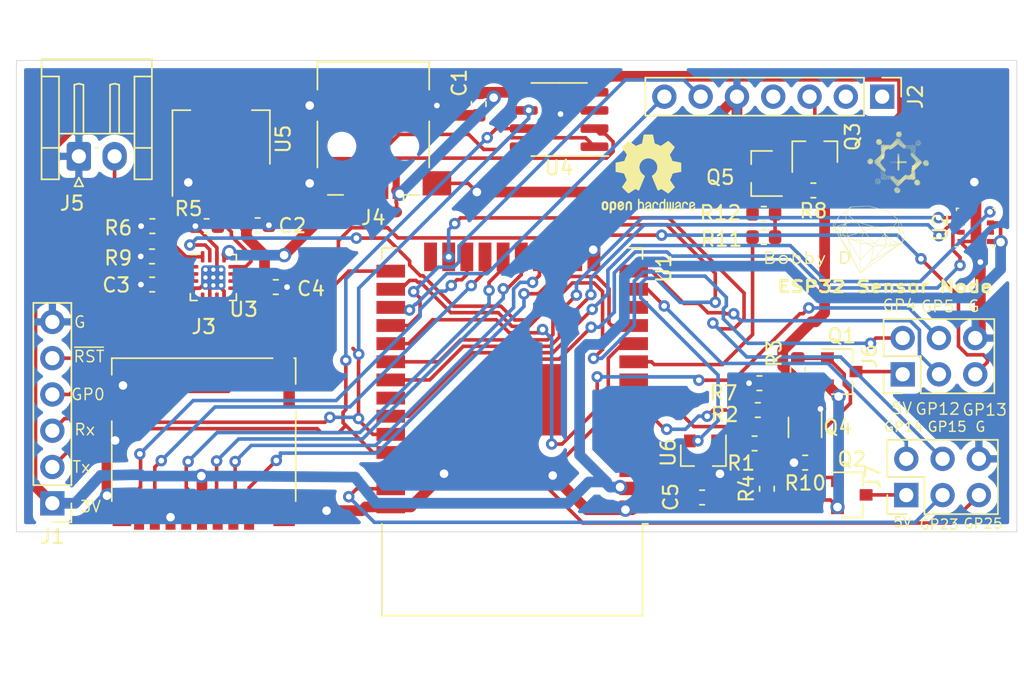
<source format=kicad_pcb>
(kicad_pcb (version 20171130) (host pcbnew 5.1.4+dfsg1-1)
  (layers (0 F.Cu signal) (31 B.Cu signal) (34 B.Paste user) (35 F.Paste user) (36 B.SilkS user) (37 F.SilkS user) (38 B.Mask user) (39 F.Mask user) (44 Edge.Cuts user))
  (net 0 "")
  (net 1 +3V3)
  (net 2 /TxD)
  (net 3 /RxD)
  (net 4 /IO0)
  (net 5 /EN)
  (net 6 GND)
  (net 7 "Net-(J2-Pad1)")
  (net 8 "Net-(J2-Pad2)")
  (net 9 +5V)
  (net 10 "Net-(J2-Pad4)")
  (net 11 /SDS011_RxD)
  (net 12 /SDS011_TxD)
  (net 13 /D1)
  (net 14 /D0)
  (net 15 /CLK)
  (net 16 /CMD)
  (net 17 /D3)
  (net 18 /D2)
  (net 19 "Net-(J4-Pad2)")
  (net 20 "Net-(J4-Pad3)")
  (net 21 "Net-(J4-Pad4)")
  (net 22 "Net-(U1-Pad4)")
  (net 23 "Net-(U1-Pad5)")
  (net 24 "Net-(U1-Pad8)")
  (net 25 "Net-(U1-Pad12)")
  (net 26 "Net-(U1-Pad24)")
  (net 27 /BME280_SCK)
  (net 28 /BME280_MOSI)
  (net 29 "Net-(U1-Pad32)")
  (net 30 /BME280_MISO)
  (net 31 /~BME280_SS)
  (net 32 "Net-(U3-Pad7)")
  (net 33 "Net-(U3-Pad9)")
  (net 34 "Net-(U4-Pad4)")
  (net 35 "Net-(U4-Pad8)")
  (net 36 /USB_5V)
  (net 37 "Net-(C3-Pad1)")
  (net 38 "Net-(J2-Pad3)")
  (net 39 /IO13)
  (net 40 /IO5)
  (net 41 /IO12)
  (net 42 /IO4)
  (net 43 "Net-(J6-Pad1)")
  (net 44 "Net-(J7-Pad1)")
  (net 45 /IO14)
  (net 46 /IO23)
  (net 47 /IO15)
  (net 48 /IO25)
  (net 49 "Net-(Q1-Pad1)")
  (net 50 "Net-(Q2-Pad1)")
  (net 51 "Net-(Q3-Pad1)")
  (net 52 /power_sao1)
  (net 53 /power_sao0)
  (net 54 "Net-(R5-Pad1)")
  (net 55 "Net-(R6-Pad1)")
  (net 56 /power_sds011)
  (net 57 /Enable_5V)
  (net 58 "Net-(R9-Pad1)")
  (net 59 "Net-(Q4-Pad5)")
  (net 60 "Net-(Q4-Pad2)")
  (net 61 "Net-(Q5-Pad1)")
  (module Connector_Card:microSD_HC_Hirose_DM3D-SF (layer F.Cu) (at 63.1075 68.6269)
    (fp_text reference J3 (at 0 -7.99) (layer F.SilkS))
    (fp_text value Micro_SD_Card)
    (pad 10 smd rect (at 5.575 -5.45) (size 1 1.55) (layers F.Cu F.Paste F.Mask))
    (pad 11 smd rect (at 5.625 5.225) (size 1.5 1.5) (layers F.Cu F.Paste F.Mask))
    (pad 1 smd rect (at 3.175 5.35) (size 0.7 1.75) (layers F.Cu F.Paste F.Mask) (net 18 /D2))
    (pad 2 smd rect (at 2.075 5.35) (size 0.7 1.75) (layers F.Cu F.Paste F.Mask) (net 17 /D3))
    (pad 3 smd rect (at 0.975 5.35) (size 0.7 1.75) (layers F.Cu F.Paste F.Mask) (net 16 /CMD))
    (pad 4 smd rect (at -0.125 5.35) (size 0.7 1.75) (layers F.Cu F.Paste F.Mask) (net 1 +3V3))
    (pad 5 smd rect (at -1.225 5.35) (size 0.7 1.75) (layers F.Cu F.Paste F.Mask) (net 15 /CLK))
    (pad 6 smd rect (at -2.325 5.35) (size 0.7 1.75) (layers F.Cu F.Paste F.Mask) (net 6 GND))
    (pad 7 smd rect (at -3.425 5.35) (size 0.7 1.75) (layers F.Cu F.Paste F.Mask) (net 14 /D0))
    (pad 11 smd rect (at 5.975 -3.025) (size 0.8 1.4) (layers F.Cu F.Paste F.Mask))
    (pad 9 smd rect (at -5.65 -3.875) (size 1.45 1) (layers F.Cu F.Paste F.Mask) (net 6 GND))
    (pad 11 smd rect (at -5.975 -2.375) (size 0.8 1.5) (layers F.Cu F.Paste F.Mask))
    (pad 11 smd rect (at -5.725 5.225) (size 1.3 1.5) (layers F.Cu F.Paste F.Mask))
    (pad 8 smd rect (at -4.525 5.35) (size 0.7 1.75) (layers F.Cu F.Paste F.Mask) (net 13 /D1))
  )
  (module Capacitor_SMD:C_0603_1608Metric (layer F.Cu) (at 97.9806 72.5946)
    (fp_text reference C5 (at -2.1971 -0.0254 90) (layer F.SilkS))
    (fp_text value "10u 5v")
    (pad 1 smd roundrect (at -0.7875 0) (size 0.875 0.95) (layers F.Cu F.Paste F.Mask) (net 1 +3V3))
    (pad 2 smd roundrect (at 0.7875 0) (size 0.875 0.95) (layers F.Cu F.Paste F.Mask) (net 6 GND))
  )
  (module logo:diamond (layer F.Cu) (at 109.6519 54.5225)
    (fp_text reference G*** hide)
    (fp_text value LOGO hide)
  )
  (module Symbol:OSHW-Logo2_7.3x6mm_SilkScreen (layer F.Cu) (at 94.2214 49.9378)
    (fp_text reference REF** hide)
    (fp_text value OSHW-Logo2_7.3x6mm_SilkScreen hide)
  )
  (module progcode-resources:pc3 (layer F.Cu) (at 111.6839 49.1123)
    (fp_text reference G*** hide)
    (fp_text value LOGO hide)
  )
  (module Connector_PinHeader_2.54mm:PinHeader_1x06_P2.54mm_Vertical (layer F.Cu) (at 52.5146 73.001 180)
    (fp_text reference J1 (at 0 -2.33) (layer F.SilkS))
    (fp_text value Conn_01x06_Female hide)
    (pad 1 thru_hole rect (at 0 0 180) (size 1.7 1.7) (drill 1) (layers *.Cu *.Mask) (net 1 +3V3))
    (pad 2 thru_hole oval (at 0 2.54 180) (size 1.7 1.7) (drill 1) (layers *.Cu *.Mask) (net 2 /TxD))
    (pad 3 thru_hole oval (at 0 5.08 180) (size 1.7 1.7) (drill 1) (layers *.Cu *.Mask) (net 3 /RxD))
    (pad 4 thru_hole oval (at 0 7.62 180) (size 1.7 1.7) (drill 1) (layers *.Cu *.Mask) (net 4 /IO0))
    (pad 5 thru_hole oval (at 0 10.16 180) (size 1.7 1.7) (drill 1) (layers *.Cu *.Mask) (net 5 /EN))
    (pad 6 thru_hole oval (at 0 12.7 180) (size 1.7 1.7) (drill 1) (layers *.Cu *.Mask) (net 6 GND))
  )
  (module Connector_PinHeader_2.54mm:PinHeader_1x07_P2.54mm_Vertical (layer F.Cu) (at 110.579 44.5276 270)
    (fp_text reference J2 (at 0 -2.33 90) (layer F.SilkS))
    (fp_text value Conn_01x07_Male)
    (pad 1 thru_hole rect (at 0 0 270) (size 1.7 1.7) (drill 1) (layers *.Cu *.Mask) (net 7 "Net-(J2-Pad1)"))
    (pad 2 thru_hole oval (at 0 2.54 270) (size 1.7 1.7) (drill 1) (layers *.Cu *.Mask) (net 8 "Net-(J2-Pad2)"))
    (pad 3 thru_hole oval (at 0 5.08 270) (size 1.7 1.7) (drill 1) (layers *.Cu *.Mask) (net 38 "Net-(J2-Pad3)"))
    (pad 4 thru_hole oval (at 0 7.62 270) (size 1.7 1.7) (drill 1) (layers *.Cu *.Mask) (net 10 "Net-(J2-Pad4)"))
    (pad 5 thru_hole oval (at 0 10.16 270) (size 1.7 1.7) (drill 1) (layers *.Cu *.Mask) (net 6 GND))
    (pad 6 thru_hole oval (at 0 12.7 270) (size 1.7 1.7) (drill 1) (layers *.Cu *.Mask) (net 11 /SDS011_RxD))
    (pad 7 thru_hole oval (at 0 15.24 270) (size 1.7 1.7) (drill 1) (layers *.Cu *.Mask) (net 12 /SDS011_TxD))
  )
  (module Connector_USB:USB_Mini-B_Lumberg_2486_01_Horizontal (layer F.Cu) (at 74.9732 47.9982 180)
    (fp_text reference J4 (at 0 -5) (layer F.SilkS))
    (fp_text value USB_B_Mini)
    (pad 1 smd rect (at -1.6 -2.7 180) (size 0.5 2) (layers F.Cu F.Paste F.Mask) (net 36 /USB_5V))
    (pad 2 smd rect (at -0.8 -2.7 180) (size 0.5 2) (layers F.Cu F.Paste F.Mask) (net 19 "Net-(J4-Pad2)"))
    (pad 3 smd rect (at 0 -2.7 180) (size 0.5 2) (layers F.Cu F.Paste F.Mask) (net 20 "Net-(J4-Pad3)"))
    (pad 4 smd rect (at 0.8 -2.7 180) (size 0.5 2) (layers F.Cu F.Paste F.Mask) (net 21 "Net-(J4-Pad4)"))
    (pad 5 smd rect (at 1.6 -2.7 180) (size 0.5 2) (layers F.Cu F.Paste F.Mask) (net 6 GND))
    (pad 6 smd rect (at -4.45 -2.6 180) (size 2 1.7) (layers F.Cu F.Paste F.Mask) (net 6 GND))
    (pad 6 smd rect (at -4.45 2.85 180) (size 2 1.7) (layers F.Cu F.Paste F.Mask) (net 6 GND))
    (pad 6 smd rect (at 4.45 -2.6 180) (size 2 1.7) (layers F.Cu F.Paste F.Mask) (net 6 GND))
    (pad 6 smd rect (at 4.45 2.85 180) (size 2 1.7) (layers F.Cu F.Paste F.Mask) (net 6 GND))
    (pad "" np_thru_hole circle (at -2.2 0 180) (size 1 1) (drill 1) (layers *.Cu *.Mask))
    (pad "" np_thru_hole circle (at 2.2 0 180) (size 1 1) (drill 1) (layers *.Cu *.Mask))
  )
  (module RF_Module:ESP32-WROOM-32 (layer F.Cu) (at 84.6927 65 180)
    (fp_text reference U1 (at -10.61 8.43 90) (layer F.SilkS))
    (fp_text value ESP32-WROOM-32)
    (pad 39 smd rect (at -1 -0.755 180) (size 5 5) (layers F.Cu F.Paste F.Mask))
    (pad 1 smd rect (at -8.5 -8.255 180) (size 2 0.9) (layers F.Cu F.Paste F.Mask) (net 6 GND))
    (pad 2 smd rect (at -8.5 -6.985 180) (size 2 0.9) (layers F.Cu F.Paste F.Mask) (net 1 +3V3))
    (pad 3 smd rect (at -8.5 -5.715 180) (size 2 0.9) (layers F.Cu F.Paste F.Mask) (net 5 /EN))
    (pad 4 smd rect (at -8.5 -4.445 180) (size 2 0.9) (layers F.Cu F.Paste F.Mask) (net 22 "Net-(U1-Pad4)"))
    (pad 5 smd rect (at -8.5 -3.175 180) (size 2 0.9) (layers F.Cu F.Paste F.Mask) (net 23 "Net-(U1-Pad5)"))
    (pad 6 smd rect (at -8.5 -1.905 180) (size 2 0.9) (layers F.Cu F.Paste F.Mask) (net 53 /power_sao0))
    (pad 7 smd rect (at -8.5 -0.635 180) (size 2 0.9) (layers F.Cu F.Paste F.Mask) (net 52 /power_sao1))
    (pad 8 smd rect (at -8.5 0.635 180) (size 2 0.9) (layers F.Cu F.Paste F.Mask) (net 24 "Net-(U1-Pad8)"))
    (pad 9 smd rect (at -8.5 1.905 180) (size 2 0.9) (layers F.Cu F.Paste F.Mask) (net 56 /power_sds011))
    (pad 10 smd rect (at -8.5 3.175 180) (size 2 0.9) (layers F.Cu F.Paste F.Mask) (net 48 /IO25))
    (pad 11 smd rect (at -8.5 4.445 180) (size 2 0.9) (layers F.Cu F.Paste F.Mask) (net 57 /Enable_5V))
    (pad 12 smd rect (at -8.5 5.715 180) (size 2 0.9) (layers F.Cu F.Paste F.Mask) (net 25 "Net-(U1-Pad12)"))
    (pad 13 smd rect (at -8.5 6.985 180) (size 2 0.9) (layers F.Cu F.Paste F.Mask) (net 45 /IO14))
    (pad 14 smd rect (at -8.5 8.255 180) (size 2 0.9) (layers F.Cu F.Paste F.Mask) (net 41 /IO12))
    (pad 15 smd rect (at -5.715 9.255 270) (size 2 0.9) (layers F.Cu F.Paste F.Mask) (net 6 GND))
    (pad 16 smd rect (at -4.445 9.255 270) (size 2 0.9) (layers F.Cu F.Paste F.Mask) (net 39 /IO13))
    (pad 17 smd rect (at -3.175 9.255 270) (size 2 0.9) (layers F.Cu F.Paste F.Mask) (net 18 /D2))
    (pad 18 smd rect (at -1.905 9.255 270) (size 2 0.9) (layers F.Cu F.Paste F.Mask) (net 17 /D3))
    (pad 19 smd rect (at -0.635 9.255 270) (size 2 0.9) (layers F.Cu F.Paste F.Mask) (net 16 /CMD))
    (pad 20 smd rect (at 0.635 9.255 270) (size 2 0.9) (layers F.Cu F.Paste F.Mask) (net 15 /CLK))
    (pad 21 smd rect (at 1.905 9.255 270) (size 2 0.9) (layers F.Cu F.Paste F.Mask) (net 14 /D0))
    (pad 22 smd rect (at 3.175 9.255 270) (size 2 0.9) (layers F.Cu F.Paste F.Mask) (net 13 /D1))
    (pad 23 smd rect (at 4.445 9.255 270) (size 2 0.9) (layers F.Cu F.Paste F.Mask) (net 47 /IO15))
    (pad 24 smd rect (at 5.715 9.255 270) (size 2 0.9) (layers F.Cu F.Paste F.Mask) (net 26 "Net-(U1-Pad24)"))
    (pad 25 smd rect (at 8.5 8.255 180) (size 2 0.9) (layers F.Cu F.Paste F.Mask) (net 4 /IO0))
    (pad 26 smd rect (at 8.5 6.985 180) (size 2 0.9) (layers F.Cu F.Paste F.Mask) (net 42 /IO4))
    (pad 27 smd rect (at 8.5 5.715 180) (size 2 0.9) (layers F.Cu F.Paste F.Mask) (net 12 /SDS011_TxD))
    (pad 28 smd rect (at 8.5 4.445 180) (size 2 0.9) (layers F.Cu F.Paste F.Mask) (net 11 /SDS011_RxD))
    (pad 29 smd rect (at 8.5 3.175 180) (size 2 0.9) (layers F.Cu F.Paste F.Mask) (net 40 /IO5))
    (pad 30 smd rect (at 8.5 1.905 180) (size 2 0.9) (layers F.Cu F.Paste F.Mask) (net 27 /BME280_SCK))
    (pad 31 smd rect (at 8.5 0.635 180) (size 2 0.9) (layers F.Cu F.Paste F.Mask) (net 28 /BME280_MOSI))
    (pad 32 smd rect (at 8.5 -0.635 180) (size 2 0.9) (layers F.Cu F.Paste F.Mask) (net 29 "Net-(U1-Pad32)"))
    (pad 33 smd rect (at 8.5 -1.905 180) (size 2 0.9) (layers F.Cu F.Paste F.Mask) (net 30 /BME280_MISO))
    (pad 34 smd rect (at 8.5 -3.175 180) (size 2 0.9) (layers F.Cu F.Paste F.Mask) (net 3 /RxD))
    (pad 35 smd rect (at 8.5 -4.445 180) (size 2 0.9) (layers F.Cu F.Paste F.Mask) (net 2 /TxD))
    (pad 36 smd rect (at 8.5 -5.715 180) (size 2 0.9) (layers F.Cu F.Paste F.Mask) (net 31 /~BME280_SS))
    (pad 37 smd rect (at 8.5 -6.985 180) (size 2 0.9) (layers F.Cu F.Paste F.Mask) (net 46 /IO23))
    (pad 38 smd rect (at 8.5 -8.255 180) (size 2 0.9) (layers F.Cu F.Paste F.Mask) (net 6 GND))
  )
  (module Package_LGA:Bosch_LGA-8_2.5x2.5mm_P0.65mm_ClockwisePinNumbering (layer F.Cu) (at 117.1285 53.6941 90)
    (fp_text reference U2 (at 0.015 -2.465 90) (layer F.SilkS))
    (fp_text value BME280)
    (pad 4 smd rect (at 0.975 -1.025 180) (size 0.5 0.35) (layers F.Cu F.Paste F.Mask) (net 27 /BME280_SCK))
    (pad 3 smd rect (at 0.325 -1.025 180) (size 0.5 0.35) (layers F.Cu F.Paste F.Mask) (net 28 /BME280_MOSI))
    (pad 2 smd rect (at -0.325 -1.025 180) (size 0.5 0.35) (layers F.Cu F.Paste F.Mask) (net 31 /~BME280_SS))
    (pad 1 smd rect (at -0.975 -1.025 180) (size 0.5 0.35) (layers F.Cu F.Paste F.Mask) (net 6 GND))
    (pad 8 smd rect (at -0.975 1.025 180) (size 0.5 0.35) (layers F.Cu F.Paste F.Mask) (net 1 +3V3))
    (pad 7 smd rect (at -0.325 1.025 180) (size 0.5 0.35) (layers F.Cu F.Paste F.Mask) (net 6 GND))
    (pad 6 smd rect (at 0.325 1.025 180) (size 0.5 0.35) (layers F.Cu F.Paste F.Mask) (net 1 +3V3))
    (pad 5 smd rect (at 0.975 1.025 180) (size 0.5 0.35) (layers F.Cu F.Paste F.Mask) (net 30 /BME280_MISO))
  )
  (module Package_DFN_QFN:QFN-16-1EP_3x3mm_P0.5mm_EP1.7x1.7mm_ThermalVias (layer F.Cu) (at 63.7788 57.1917)
    (fp_text reference U3 (at 2.1216 2.233) (layer F.SilkS))
    (fp_text value BQ24075)
    (pad 17 smd roundrect (at 0 0) (size 1.7 1.7) (layers F.Cu F.Mask) (roundrect_rratio 0.147059) (net 6 GND))
    (pad 17 thru_hole circle (at -0.55 -0.55) (size 0.6 0.6) (drill 0.3) (layers *.Cu) (net 6 GND))
    (pad 17 thru_hole circle (at 0 -0.55) (size 0.6 0.6) (drill 0.3) (layers *.Cu) (net 6 GND))
    (pad 17 thru_hole circle (at 0.55 -0.55) (size 0.6 0.6) (drill 0.3) (layers *.Cu) (net 6 GND))
    (pad 17 thru_hole circle (at -0.55 0) (size 0.6 0.6) (drill 0.3) (layers *.Cu) (net 6 GND))
    (pad 17 thru_hole circle (at 0 0) (size 0.6 0.6) (drill 0.3) (layers *.Cu) (net 6 GND))
    (pad 17 thru_hole circle (at 0.55 0) (size 0.6 0.6) (drill 0.3) (layers *.Cu) (net 6 GND))
    (pad 17 thru_hole circle (at -0.55 0.55) (size 0.6 0.6) (drill 0.3) (layers *.Cu) (net 6 GND))
    (pad 17 thru_hole circle (at 0 0.55) (size 0.6 0.6) (drill 0.3) (layers *.Cu) (net 6 GND))
    (pad 17 thru_hole circle (at 0.55 0.55) (size 0.6 0.6) (drill 0.3) (layers *.Cu) (net 6 GND))
    (pad 17 smd roundrect (at 0 0) (size 1.7 1.7) (layers B.Cu) (roundrect_rratio 0.147059) (net 6 GND))
    (pad 1 smd roundrect (at -1.45 -0.75) (size 0.8 0.25) (layers F.Cu F.Paste F.Mask) (net 58 "Net-(R9-Pad1)"))
    (pad 2 smd roundrect (at -1.45 -0.25) (size 0.8 0.25) (layers F.Cu F.Paste F.Mask) (net 37 "Net-(C3-Pad1)"))
    (pad 3 smd roundrect (at -1.45 0.25) (size 0.8 0.25) (layers F.Cu F.Paste F.Mask) (net 37 "Net-(C3-Pad1)"))
    (pad 4 smd roundrect (at -1.45 0.75) (size 0.8 0.25) (layers F.Cu F.Paste F.Mask) (net 6 GND))
    (pad 5 smd roundrect (at -0.75 1.45) (size 0.25 0.8) (layers F.Cu F.Paste F.Mask) (net 9 +5V))
    (pad 6 smd roundrect (at -0.25 1.45) (size 0.25 0.8) (layers F.Cu F.Paste F.Mask) (net 6 GND))
    (pad 7 smd roundrect (at 0.25 1.45) (size 0.25 0.8) (layers F.Cu F.Paste F.Mask) (net 32 "Net-(U3-Pad7)"))
    (pad 8 smd roundrect (at 0.75 1.45) (size 0.25 0.8) (layers F.Cu F.Paste F.Mask) (net 6 GND))
    (pad 9 smd roundrect (at 1.45 0.75) (size 0.8 0.25) (layers F.Cu F.Paste F.Mask) (net 33 "Net-(U3-Pad9)"))
    (pad 10 smd roundrect (at 1.45 0.25) (size 0.8 0.25) (layers F.Cu F.Paste F.Mask) (net 9 +5V))
    (pad 11 smd roundrect (at 1.45 -0.25) (size 0.8 0.25) (layers F.Cu F.Paste F.Mask) (net 9 +5V))
    (pad 12 smd roundrect (at 1.45 -0.75) (size 0.8 0.25) (layers F.Cu F.Paste F.Mask) (net 54 "Net-(R5-Pad1)"))
    (pad 13 smd roundrect (at 0.75 -1.45) (size 0.25 0.8) (layers F.Cu F.Paste F.Mask) (net 36 /USB_5V))
    (pad 14 smd roundrect (at 0.25 -1.45) (size 0.25 0.8) (layers F.Cu F.Paste F.Mask) (net 6 GND))
    (pad 15 smd roundrect (at -0.25 -1.45) (size 0.25 0.8) (layers F.Cu F.Paste F.Mask) (net 57 /Enable_5V))
    (pad 16 smd roundrect (at -0.75 -1.45) (size 0.25 0.8) (layers F.Cu F.Paste F.Mask) (net 55 "Net-(R6-Pad1)"))
  )
  (module Package_SO:SOIC-8_3.9x4.9mm_P1.27mm (layer F.Cu) (at 87.9745 46.1278 180)
    (fp_text reference U4 (at 0 -3.4) (layer F.SilkS))
    (fp_text value CH330N)
    (pad 1 smd roundrect (at -2.475 -1.905 180) (size 1.95 0.6) (layers F.Cu F.Paste F.Mask) (net 20 "Net-(J4-Pad3)"))
    (pad 2 smd roundrect (at -2.475 -0.635 180) (size 1.95 0.6) (layers F.Cu F.Paste F.Mask) (net 19 "Net-(J4-Pad2)"))
    (pad 3 smd roundrect (at -2.475 0.635 180) (size 1.95 0.6) (layers F.Cu F.Paste F.Mask) (net 6 GND))
    (pad 4 smd roundrect (at -2.475 1.905 180) (size 1.95 0.6) (layers F.Cu F.Paste F.Mask) (net 34 "Net-(U4-Pad4)"))
    (pad 5 smd roundrect (at 2.475 1.905 180) (size 1.95 0.6) (layers F.Cu F.Paste F.Mask) (net 36 /USB_5V))
    (pad 6 smd roundrect (at 2.475 0.635 180) (size 1.95 0.6) (layers F.Cu F.Paste F.Mask) (net 3 /RxD))
    (pad 7 smd roundrect (at 2.475 -0.635 180) (size 1.95 0.6) (layers F.Cu F.Paste F.Mask) (net 2 /TxD))
    (pad 8 smd roundrect (at 2.475 -1.905 180) (size 1.95 0.6) (layers F.Cu F.Paste F.Mask) (net 35 "Net-(U4-Pad8)"))
  )
  (module Package_TO_SOT_SMD:SOT-223-3_TabPin2 (layer F.Cu) (at 64.3269 47.3847 90)
    (fp_text reference U5 (at -0.1147 4.3421 90) (layer F.SilkS))
    (fp_text value LM1117-3.3)
    (pad 2 smd rect (at 3.15 0 90) (size 2 3.8) (layers F.Cu F.Paste F.Mask) (net 1 +3V3))
    (pad 2 smd rect (at -3.15 0 90) (size 2 1.5) (layers F.Cu F.Paste F.Mask) (net 1 +3V3))
    (pad 3 smd rect (at -3.15 2.3 90) (size 2 1.5) (layers F.Cu F.Paste F.Mask) (net 9 +5V))
    (pad 1 smd rect (at -3.15 -2.3 90) (size 2 1.5) (layers F.Cu F.Paste F.Mask) (net 6 GND))
  )
  (module Capacitor_SMD:C_0603_1608Metric (layer F.Cu) (at 82.3469 45.0482 90)
    (fp_text reference C1 (at 1.4858 -1.3589 90) (layer F.SilkS))
    (fp_text value "2.2u 10v")
    (pad 1 smd roundrect (at -0.7875 0 90) (size 0.875 0.95) (layers F.Cu F.Paste F.Mask) (net 6 GND))
    (pad 2 smd roundrect (at 0.7875 0 90) (size 0.875 0.95) (layers F.Cu F.Paste F.Mask) (net 36 /USB_5V))
  )
  (module Capacitor_SMD:C_0603_1608Metric (layer F.Cu) (at 66.8784 53.5319)
    (fp_text reference C2 (at 2.4256 0.0381) (layer F.SilkS))
    (fp_text value "10u 10v")
    (pad 2 smd roundrect (at 0.7875 0) (size 0.875 0.95) (layers F.Cu F.Paste F.Mask) (net 6 GND))
    (pad 1 smd roundrect (at -0.7875 0) (size 0.875 0.95) (layers F.Cu F.Paste F.Mask) (net 9 +5V))
  )
  (module Capacitor_SMD:C_0603_1608Metric (layer F.Cu) (at 59.4995 57.6848 180)
    (fp_text reference C3 (at 2.5145 -0.0381) (layer F.SilkS))
    (fp_text value "2.2u 5v")
    (pad 1 smd roundrect (at -0.7875 0 180) (size 0.875 0.95) (layers F.Cu F.Paste F.Mask) (net 37 "Net-(C3-Pad1)"))
    (pad 2 smd roundrect (at 0.7875 0 180) (size 0.875 0.95) (layers F.Cu F.Paste F.Mask) (net 6 GND))
  )
  (module Capacitor_SMD:C_0603_1608Metric (layer F.Cu) (at 68.1483 57.8626)
    (fp_text reference C4 (at 2.4638 0.1143) (layer F.SilkS))
    (fp_text value "2.2u 10v")
    (pad 2 smd roundrect (at 0.7875 0) (size 0.875 0.95) (layers F.Cu F.Paste F.Mask) (net 6 GND))
    (pad 1 smd roundrect (at -0.7875 0) (size 0.875 0.95) (layers F.Cu F.Paste F.Mask) (net 9 +5V))
  )
  (module Connector_PinHeader_2.54mm:PinHeader_2x03_P2.54mm_Vertical (layer F.Cu) (at 112.0141 63.9713 90)
    (fp_text reference J6 (at 1.27 -2.33 90) (layer F.SilkS))
    (fp_text value Conn_02x03_Odd_Even)
    (pad 6 thru_hole oval (at 2.54 5.08 90) (size 1.7 1.7) (drill 1) (layers *.Cu *.Mask) (net 6 GND))
    (pad 5 thru_hole oval (at 0 5.08 90) (size 1.7 1.7) (drill 1) (layers *.Cu *.Mask) (net 39 /IO13))
    (pad 4 thru_hole oval (at 2.54 2.54 90) (size 1.7 1.7) (drill 1) (layers *.Cu *.Mask) (net 40 /IO5))
    (pad 3 thru_hole oval (at 0 2.54 90) (size 1.7 1.7) (drill 1) (layers *.Cu *.Mask) (net 41 /IO12))
    (pad 2 thru_hole oval (at 2.54 0 90) (size 1.7 1.7) (drill 1) (layers *.Cu *.Mask) (net 42 /IO4))
    (pad 1 thru_hole rect (at 0 0 90) (size 1.7 1.7) (drill 1) (layers *.Cu *.Mask) (net 43 "Net-(J6-Pad1)"))
  )
  (module Connector_PinHeader_2.54mm:PinHeader_2x03_P2.54mm_Vertical (layer F.Cu) (at 112.2681 72.4295 90)
    (fp_text reference J7 (at 1.27 -2.33 90) (layer F.SilkS))
    (fp_text value Conn_02x03_Odd_Even)
    (pad 1 thru_hole rect (at 0 0 90) (size 1.7 1.7) (drill 1) (layers *.Cu *.Mask) (net 44 "Net-(J7-Pad1)"))
    (pad 2 thru_hole oval (at 2.54 0 90) (size 1.7 1.7) (drill 1) (layers *.Cu *.Mask) (net 45 /IO14))
    (pad 3 thru_hole oval (at 0 2.54 90) (size 1.7 1.7) (drill 1) (layers *.Cu *.Mask) (net 46 /IO23))
    (pad 4 thru_hole oval (at 2.54 2.54 90) (size 1.7 1.7) (drill 1) (layers *.Cu *.Mask) (net 47 /IO15))
    (pad 5 thru_hole oval (at 0 5.08 90) (size 1.7 1.7) (drill 1) (layers *.Cu *.Mask) (net 48 /IO25))
    (pad 6 thru_hole oval (at 2.54 5.08 90) (size 1.7 1.7) (drill 1) (layers *.Cu *.Mask) (net 6 GND))
  )
  (module Package_TO_SOT_SMD:SOT-23 (layer F.Cu) (at 107.7502 63.7808)
    (fp_text reference Q1 (at 0 -2.5) (layer F.SilkS))
    (fp_text value NDS3332P)
    (pad 1 smd rect (at -1 -0.95) (size 0.9 0.8) (layers F.Cu F.Paste F.Mask) (net 49 "Net-(Q1-Pad1)"))
    (pad 2 smd rect (at -1 0.95) (size 0.9 0.8) (layers F.Cu F.Paste F.Mask) (net 9 +5V))
    (pad 3 smd rect (at 1 0) (size 0.9 0.8) (layers F.Cu F.Paste F.Mask) (net 43 "Net-(J6-Pad1)"))
  )
  (module Package_TO_SOT_SMD:SOT-23 (layer F.Cu) (at 108.4548 72.4143)
    (fp_text reference Q2 (at 0 -2.5) (layer F.SilkS))
    (fp_text value NDS3332P)
    (pad 3 smd rect (at 1 0) (size 0.9 0.8) (layers F.Cu F.Paste F.Mask) (net 44 "Net-(J7-Pad1)"))
    (pad 2 smd rect (at -1 0.95) (size 0.9 0.8) (layers F.Cu F.Paste F.Mask) (net 9 +5V))
    (pad 1 smd rect (at -1 -0.95) (size 0.9 0.8) (layers F.Cu F.Paste F.Mask) (net 50 "Net-(Q2-Pad1)"))
  )
  (module Package_TO_SOT_SMD:SOT-23 (layer F.Cu) (at 105.8673 48.4105 90)
    (fp_text reference Q3 (at 1.0762 2.6416 90) (layer F.SilkS))
    (fp_text value NDS3332P)
    (pad 1 smd rect (at -1 -0.95 90) (size 0.9 0.8) (layers F.Cu F.Paste F.Mask) (net 51 "Net-(Q3-Pad1)"))
    (pad 2 smd rect (at -1 0.95 90) (size 0.9 0.8) (layers F.Cu F.Paste F.Mask) (net 9 +5V))
    (pad 3 smd rect (at 1 0 90) (size 0.9 0.8) (layers F.Cu F.Paste F.Mask) (net 38 "Net-(J2-Pad3)"))
  )
  (module Resistor_SMD:R_0603_1608Metric (layer F.Cu) (at 104.6735 63.6412 90)
    (fp_text reference R3 (at 1.1431 -1.651 90) (layer F.SilkS))
    (fp_text value 10k)
    (pad 2 smd roundrect (at 0.7875 0 90) (size 0.875 0.95) (layers F.Cu F.Paste F.Mask) (net 49 "Net-(Q1-Pad1)"))
    (pad 1 smd roundrect (at -0.7875 0 90) (size 0.875 0.95) (layers F.Cu F.Paste F.Mask) (net 9 +5V))
  )
  (module Resistor_SMD:R_0603_1608Metric (layer F.Cu) (at 102.5145 71.9851 90)
    (fp_text reference R4 (at 0 -1.43 90) (layer F.SilkS))
    (fp_text value 10k)
    (pad 1 smd roundrect (at -0.7875 0 90) (size 0.875 0.95) (layers F.Cu F.Paste F.Mask) (net 9 +5V))
    (pad 2 smd roundrect (at 0.7875 0 90) (size 0.875 0.95) (layers F.Cu F.Paste F.Mask) (net 50 "Net-(Q2-Pad1)"))
  )
  (module Resistor_SMD:R_0603_1608Metric (layer F.Cu) (at 63.3097 53.5954 180)
    (fp_text reference R5 (at 1.2701 1.2192) (layer F.SilkS))
    (fp_text value 1.18k)
    (pad 2 smd roundrect (at 0.7875 0 180) (size 0.875 0.95) (layers F.Cu F.Paste F.Mask) (net 6 GND))
    (pad 1 smd roundrect (at -0.7875 0 180) (size 0.875 0.95) (layers F.Cu F.Paste F.Mask) (net 54 "Net-(R5-Pad1)"))
  )
  (module Resistor_SMD:R_0603_1608Metric (layer F.Cu) (at 59.5123 53.5954 180)
    (fp_text reference R6 (at 2.3876 -0.127) (layer F.SilkS))
    (fp_text value 1.13k)
    (pad 1 smd roundrect (at -0.7875 0 180) (size 0.875 0.95) (layers F.Cu F.Paste F.Mask) (net 55 "Net-(R6-Pad1)"))
    (pad 2 smd roundrect (at 0.7875 0 180) (size 0.875 0.95) (layers F.Cu F.Paste F.Mask) (net 6 GND))
  )
  (module Resistor_SMD:R_0603_1608Metric (layer F.Cu) (at 105.7658 51.0935 180)
    (fp_text reference R8 (at 0 -1.43) (layer F.SilkS))
    (fp_text value 10k)
    (pad 2 smd roundrect (at 0.7875 0 180) (size 0.875 0.95) (layers F.Cu F.Paste F.Mask) (net 51 "Net-(Q3-Pad1)"))
    (pad 1 smd roundrect (at -0.7875 0 180) (size 0.875 0.95) (layers F.Cu F.Paste F.Mask) (net 9 +5V))
  )
  (module Resistor_SMD:R_0603_1608Metric (layer F.Cu) (at 59.487 55.7163 180)
    (fp_text reference R9 (at 2.3623 -0.1143) (layer F.SilkS))
    (fp_text value 10k)
    (pad 1 smd roundrect (at -0.7875 0 180) (size 0.875 0.95) (layers F.Cu F.Paste F.Mask) (net 58 "Net-(R9-Pad1)"))
    (pad 2 smd roundrect (at 0.7875 0 180) (size 0.875 0.95) (layers F.Cu F.Paste F.Mask) (net 6 GND))
  )
  (module Package_TO_SOT_SMD:SOT-363_SC-70-6 (layer F.Cu) (at 105.1838 67.6899 270)
    (fp_text reference Q4 (at -0.0229 -2.2837 180) (layer F.SilkS))
    (fp_text value MMDT2222A)
    (pad 1 smd rect (at -0.95 -0.65 270) (size 0.65 0.4) (layers F.Cu F.Paste F.Mask) (net 6 GND))
    (pad 3 smd rect (at -0.95 0.65 270) (size 0.65 0.4) (layers F.Cu F.Paste F.Mask) (net 50 "Net-(Q2-Pad1)"))
    (pad 5 smd rect (at 0.95 0 270) (size 0.65 0.4) (layers F.Cu F.Paste F.Mask) (net 59 "Net-(Q4-Pad5)"))
    (pad 2 smd rect (at -0.95 0 270) (size 0.65 0.4) (layers F.Cu F.Paste F.Mask) (net 60 "Net-(Q4-Pad2)"))
    (pad 4 smd rect (at 0.95 0.65 270) (size 0.65 0.4) (layers F.Cu F.Paste F.Mask) (net 6 GND))
    (pad 6 smd rect (at 0.95 -0.65 270) (size 0.65 0.4) (layers F.Cu F.Paste F.Mask) (net 49 "Net-(Q1-Pad1)"))
  )
  (module Resistor_SMD:R_0603_1608Metric (layer F.Cu) (at 101.6509 68.81 180)
    (fp_text reference R1 (at 0.9398 -1.3843) (layer F.SilkS))
    (fp_text value 220R)
    (pad 1 smd roundrect (at -0.7875 0 180) (size 0.875 0.95) (layers F.Cu F.Paste F.Mask) (net 59 "Net-(Q4-Pad5)"))
    (pad 2 smd roundrect (at 0.7875 0 180) (size 0.875 0.95) (layers F.Cu F.Paste F.Mask) (net 52 /power_sao1))
  )
  (module Resistor_SMD:R_0603_1608Metric (layer F.Cu) (at 101.8795 66.4732 180)
    (fp_text reference R2 (at 2.3241 -0.3175) (layer F.SilkS))
    (fp_text value 220R)
    (pad 2 smd roundrect (at 0.7875 0 180) (size 0.875 0.95) (layers F.Cu F.Paste F.Mask) (net 53 /power_sao0))
    (pad 1 smd roundrect (at -0.7875 0 180) (size 0.875 0.95) (layers F.Cu F.Paste F.Mask) (net 60 "Net-(Q4-Pad2)"))
  )
  (module Resistor_SMD:R_0603_1608Metric (layer F.Cu) (at 101.9937 64.5936 180)
    (fp_text reference R7 (at 2.5145 -0.6858) (layer F.SilkS))
    (fp_text value 10k)
    (pad 1 smd roundrect (at -0.7875 0 180) (size 0.875 0.95) (layers F.Cu F.Paste F.Mask) (net 60 "Net-(Q4-Pad2)"))
    (pad 2 smd roundrect (at 0.7875 0 180) (size 0.875 0.95) (layers F.Cu F.Paste F.Mask) (net 6 GND))
  )
  (module Resistor_SMD:R_0603_1608Metric (layer F.Cu) (at 105.1942 70.1562 180)
    (fp_text reference R10 (at 0 -1.43) (layer F.SilkS))
    (fp_text value 10k)
    (pad 2 smd roundrect (at 0.7875 0 180) (size 0.875 0.95) (layers F.Cu F.Paste F.Mask) (net 6 GND))
    (pad 1 smd roundrect (at -0.7875 0 180) (size 0.875 0.95) (layers F.Cu F.Paste F.Mask) (net 59 "Net-(Q4-Pad5)"))
  )
  (module Resistor_SMD:R_0603_1608Metric (layer F.Cu) (at 102.2985 54.3574 180)
    (fp_text reference R11 (at 2.959 -0.1524) (layer F.SilkS))
    (fp_text value 220R)
    (pad 2 smd roundrect (at 0.7875 0 180) (size 0.875 0.95) (layers F.Cu F.Paste F.Mask) (net 56 /power_sds011))
    (pad 1 smd roundrect (at -0.7875 0 180) (size 0.875 0.95) (layers F.Cu F.Paste F.Mask) (net 61 "Net-(Q5-Pad1)"))
  )
  (module Resistor_SMD:R_0603_1608Metric (layer F.Cu) (at 102.2985 52.7318 180)
    (fp_text reference R12 (at 3.0352 0.0635) (layer F.SilkS))
    (fp_text value 10k)
    (pad 1 smd roundrect (at -0.7875 0 180) (size 0.875 0.95) (layers F.Cu F.Paste F.Mask) (net 61 "Net-(Q5-Pad1)"))
    (pad 2 smd roundrect (at 0.7875 0 180) (size 0.875 0.95) (layers F.Cu F.Paste F.Mask) (net 6 GND))
  )
  (module Package_TO_SOT_SMD:SOT-23 (layer F.Cu) (at 102.1749 49.9099 180)
    (fp_text reference Q5 (at 2.9243 -0.2692) (layer F.SilkS))
    (fp_text value MMBT2222A)
    (pad 1 smd rect (at -1 -0.95 180) (size 0.9 0.8) (layers F.Cu F.Paste F.Mask) (net 61 "Net-(Q5-Pad1)"))
    (pad 2 smd rect (at -1 0.95 180) (size 0.9 0.8) (layers F.Cu F.Paste F.Mask) (net 51 "Net-(Q3-Pad1)"))
    (pad 3 smd rect (at 1 0 180) (size 0.9 0.8) (layers F.Cu F.Paste F.Mask) (net 6 GND))
  )
  (module Connector_JST:JST_EH_S2B-EH_1x02_P2.50mm_Horizontal (layer F.Cu) (at 54.3688 48.7059)
    (fp_text reference J5 (at -0.4699 3.2893) (layer F.SilkS))
    (fp_text value Conn_01x02_Male)
    (pad 1 thru_hole roundrect (at 0 0) (size 1.7 2) (drill 1) (layers *.Cu *.Mask) (roundrect_rratio 0.147059) (net 6 GND))
    (pad 2 thru_hole oval (at 2.5 0) (size 1.7 2) (drill 1) (layers *.Cu *.Mask) (net 37 "Net-(C3-Pad1)"))
  )
  (module Package_TO_SOT_SMD:SOT-23 (layer F.Cu) (at 98.0695 69.6355 270)
    (fp_text reference U6 (at -0.1905 2.4638 90) (layer F.SilkS))
    (fp_text value TPS3839DBZ)
    (pad 1 smd rect (at -1 -0.95 270) (size 0.9 0.8) (layers F.Cu F.Paste F.Mask) (net 6 GND))
    (pad 2 smd rect (at -1 0.95 270) (size 0.9 0.8) (layers F.Cu F.Paste F.Mask) (net 5 /EN))
    (pad 3 smd rect (at 1 0 270) (size 0.9 0.8) (layers F.Cu F.Paste F.Mask) (net 1 +3V3))
  )
  (gr_text GP25 (at 117.6402 74.4234) (layer F.SilkS) (effects (font (size 0.7 0.7) (thickness 0.1))))
  (gr_text GP23 (at 114.5668 74.4869) (layer F.SilkS) (effects (font (size 0.7 0.7) (thickness 0.1))))
  (gr_text 5V (at 112.0014 74.3345) (layer F.SilkS) (effects (font (size 0.7 0.7) (thickness 0.1))))
  (gr_text G (at 117.4497 67.6416) (layer F.SilkS) (effects (font (size 0.7 0.7) (thickness 0.1))))
  (gr_text GP15 (at 115.1256 67.6416) (layer F.SilkS) (effects (font (size 0.7 0.7) (thickness 0.1))))
  (gr_text GP14 (at 112.0776 67.6543) (layer F.SilkS) (effects (font (size 0.7 0.7) (thickness 0.1))))
  (gr_text G (at 116.9925 59.1961) (layer F.SilkS) (effects (font (size 0.8 0.8) (thickness 0.1))))
  (gr_text 5V (at 111.9506 66.3589) (layer F.SilkS) (effects (font (size 0.8 0.8) (thickness 0.1))))
  (gr_text GP13 (at 117.7545 66.4605) (layer F.SilkS) (effects (font (size 0.8 0.8) (thickness 0.1))))
  (gr_text GP12 (at 114.4652 66.397) (layer F.SilkS) (effects (font (size 0.8 0.8) (thickness 0.1))))
  (gr_text GP5 (at 114.4652 59.2215) (layer F.SilkS) (effects (font (size 0.8 0.8) (thickness 0.1))))
  (gr_text GP4 (at 111.7855 59.1453) (layer F.SilkS) (effects (font (size 0.8 0.8) (thickness 0.1))))
  (gr_text 3V (at 55.1943 73.2296) (layer F.SilkS) (effects (font (size 0.8 0.8) (thickness 0.1))))
  (gr_text Tx (at 54.5466 70.461) (layer F.SilkS) (effects (font (size 0.8 0.8) (thickness 0.1))))
  (gr_text Rx (at 54.7752 67.8448) (layer F.SilkS) (effects (font (size 0.8 0.8) (thickness 0.1))))
  (gr_text GP0 (at 55.0038 65.381) (layer F.SilkS) (effects (font (size 0.8 0.8) (thickness 0.1))))
  (gr_text ~RST (at 55.08 62.7267) (layer F.SilkS) (effects (font (size 0.8 0.8) (thickness 0.1))))
  (gr_text G (at 54.4323 60.3137) (layer F.SilkS) (effects (font (size 0.8 0.8) (thickness 0.1))))
  (gr_text "Bobby D" (at 105.3339 55.8306) (layer F.SilkS) (effects (font (size 0.8 1) (thickness 0.1))))
  (gr_text "ESP32 Sensor Node" (at 110.7822 57.8372) (layer F.SilkS) (effects (font (size 0.8 1) (thickness 0.2))))
  (gr_line (start 50 42) (end 50 75) (layer Edge.Cuts) (width 0.05))
  (gr_line (start 120 75) (end 50 75) (layer Edge.Cuts) (width 0.05))
  (gr_line (start 120 42) (end 120 75) (layer Edge.Cuts) (width 0.05))
  (gr_line (start 50 42) (end 120 42) (layer Edge.Cuts) (width 0.05))
  (segment (start 64.3269 44.2347) (end 64.3269 50.5347) (width 0.75) (layer F.Cu) (net 1))
  (segment (start 51.089599 49.468357) (end 51.089599 71.575999) (width 0.75) (layer F.Cu) (net 1))
  (segment (start 56.323256 44.2347) (end 51.089599 49.468357) (width 0.75) (layer F.Cu) (net 1))
  (segment (start 51.089599 71.575999) (end 52.5146 73.001) (width 0.75) (layer F.Cu) (net 1))
  (segment (start 64.3269 44.2347) (end 56.323256 44.2347) (width 0.75) (layer F.Cu) (net 1))
  (via (at 92.23971 71.865012) (size 1) (drill 0.6) (layers F.Cu B.Cu) (net 1))
  (segment (start 91.532604 71.865012) (end 92.23971 71.865012) (width 0.75) (layer B.Cu) (net 1))
  (segment (start 92.946816 71.865012) (end 92.23971 71.865012) (width 0.75) (layer F.Cu) (net 1))
  (segment (start 91.296196 71.628604) (end 91.532604 71.865012) (width 0.75) (layer B.Cu) (net 1))
  (segment (start 93.072712 71.865012) (end 92.946816 71.865012) (width 0.75) (layer F.Cu) (net 1))
  (segment (start 93.1927 71.985) (end 93.072712 71.865012) (width 0.75) (layer F.Cu) (net 1))
  (segment (start 91.296196 71.509609) (end 91.296196 71.628604) (width 0.75) (layer B.Cu) (net 1))
  (segment (start 52.5146 73.001) (end 54.1146 73.001) (width 0.75) (layer B.Cu) (net 1))
  (segment (start 55.8928 71.0579) (end 58.0645 71.0071) (width 0.75) (layer B.Cu) (net 1))
  (segment (start 54.1146 73.001) (end 55.8928 71.0579) (width 0.75) (layer B.Cu) (net 1))
  (segment (start 90.057789 71.509609) (end 91.296196 71.509609) (width 0.75) (layer B.Cu) (net 1))
  (segment (start 65.875 71.096) (end 73.6982 71.1722) (width 0.75) (layer B.Cu) (net 1))
  (segment (start 73.6982 71.1722) (end 75.153904 73.001) (width 0.75) (layer B.Cu) (net 1))
  (segment (start 88.566398 73.001) (end 90.057789 71.509609) (width 0.75) (layer B.Cu) (net 1))
  (segment (start 75.153904 73.001) (end 88.566398 73.001) (width 0.75) (layer B.Cu) (net 1))
  (segment (start 103.962078 56.393976) (end 95.528356 56.393976) (width 0.75) (layer B.Cu) (net 1))
  (via (at 118.867564 54.718167) (size 1) (drill 0.6) (layers F.Cu B.Cu) (net 1))
  (segment (start 106.191191 58.623089) (end 103.962078 56.393976) (width 0.75) (layer B.Cu) (net 1))
  (segment (start 116.867011 58.623089) (end 106.191191 58.623089) (width 0.75) (layer B.Cu) (net 1))
  (segment (start 118.6535 53.3691) (end 118.1535 53.3691) (width 0.25) (layer F.Cu) (net 1))
  (segment (start 118.867564 54.718167) (end 118.202567 54.718167) (width 0.25) (layer F.Cu) (net 1))
  (segment (start 118.202567 54.718167) (end 118.1535 54.6691) (width 0.25) (layer F.Cu) (net 1))
  (segment (start 95.528356 56.393976) (end 95.236256 56.101876) (width 0.75) (layer B.Cu) (net 1))
  (segment (start 89.410998 69.624411) (end 91.296196 71.509609) (width 0.75) (layer B.Cu) (net 1))
  (segment (start 118.867564 56.622536) (end 116.867011 58.623089) (width 0.75) (layer B.Cu) (net 1))
  (segment (start 118.867564 54.718167) (end 118.867564 53.583164) (width 0.25) (layer F.Cu) (net 1))
  (segment (start 118.867564 54.718167) (end 118.867564 56.622536) (width 0.75) (layer B.Cu) (net 1))
  (segment (start 118.867564 53.583164) (end 118.6535 53.3691) (width 0.25) (layer F.Cu) (net 1))
  (segment (start 95.236256 56.101876) (end 93.587544 56.101876) (width 0.75) (layer B.Cu) (net 1))
  (segment (start 93.587544 56.101876) (end 92.536876 57.152544) (width 0.75) (layer B.Cu) (net 1))
  (segment (start 92.536876 57.152544) (end 92.536876 60.261756) (width 0.75) (layer B.Cu) (net 1))
  (segment (start 92.536876 60.261756) (end 90.919934 61.878698) (width 0.75) (layer B.Cu) (net 1))
  (segment (start 90.919934 61.878698) (end 89.917998 61.878698) (width 0.75) (layer B.Cu) (net 1))
  (segment (start 89.917998 61.878698) (end 89.410998 62.385698) (width 0.75) (layer B.Cu) (net 1))
  (segment (start 89.410998 62.385698) (end 89.410998 69.624411) (width 0.75) (layer B.Cu) (net 1))
  (segment (start 96.5835 71.985) (end 97.1931 72.5946) (width 0.75) (layer F.Cu) (net 1))
  (segment (start 93.1927 71.985) (end 96.5835 71.985) (width 0.75) (layer F.Cu) (net 1))
  (segment (start 97.1931 71.5119) (end 98.0695 70.6355) (width 0.75) (layer F.Cu) (net 1))
  (segment (start 97.1931 72.5946) (end 97.1931 71.5119) (width 0.75) (layer F.Cu) (net 1))
  (segment (start 58.0645 71.0071) (end 58.7122 71.0071) (width 0.75) (layer B.Cu) (net 1))
  (segment (start 58.7122 71.0071) (end 58.8011 71.096) (width 0.75) (layer B.Cu) (net 1))
  (segment (start 62.9825 71.1372) (end 62.9413 71.096) (width 0.75) (layer F.Cu) (net 1))
  (segment (start 62.9825 73.9769) (end 62.9825 71.1372) (width 0.75) (layer F.Cu) (net 1))
  (via (at 62.9413 71.096) (size 1) (drill 0.6) (layers F.Cu B.Cu) (net 1))
  (segment (start 58.8011 71.096) (end 62.9413 71.096) (width 0.75) (layer B.Cu) (net 1))
  (segment (start 62.9413 71.096) (end 65.875 71.096) (width 0.75) (layer B.Cu) (net 1))
  (segment (start 74.9427 69.445) (end 73.0505 67.5528) (width 0.25) (layer F.Cu) (net 2))
  (segment (start 76.1927 69.445) (end 74.9427 69.445) (width 0.25) (layer F.Cu) (net 2))
  (via (at 73.0505 62.9934) (size 0.8) (drill 0.4) (layers F.Cu B.Cu) (net 2))
  (via (at 82.9438 47.3978) (size 0.8) (drill 0.4) (layers F.Cu B.Cu) (net 2))
  (segment (start 83.5788 46.7628) (end 82.9438 47.3978) (width 0.25) (layer F.Cu) (net 2))
  (segment (start 85.4995 46.7628) (end 83.5788 46.7628) (width 0.25) (layer F.Cu) (net 2))
  (segment (start 73.0505 62.427715) (end 73.0505 62.9934) (width 0.25) (layer B.Cu) (net 2))
  (segment (start 82.9438 47.3978) (end 73.0505 57.2911) (width 0.25) (layer B.Cu) (net 2))
  (segment (start 73.0505 57.2911) (end 73.0505 62.427715) (width 0.25) (layer B.Cu) (net 2))
  (segment (start 72.554198 68.049102) (end 71.318198 68.049102) (width 0.25) (layer F.Cu) (net 2))
  (segment (start 73.0505 67.5528) (end 72.554198 68.049102) (width 0.25) (layer F.Cu) (net 2))
  (segment (start 53.364599 69.611001) (end 52.5146 70.461) (width 0.25) (layer F.Cu) (net 2))
  (segment (start 71.046008 67.776912) (end 55.198688 67.776912) (width 0.25) (layer F.Cu) (net 2))
  (segment (start 55.198688 67.776912) (end 53.364599 69.611001) (width 0.25) (layer F.Cu) (net 2))
  (segment (start 71.318198 68.049102) (end 71.046008 67.776912) (width 0.25) (layer F.Cu) (net 2))
  (segment (start 73.0505 63.559085) (end 73.0505 62.9934) (width 0.25) (layer F.Cu) (net 2))
  (segment (start 72.858899 66.633199) (end 73.0505 66.441598) (width 0.25) (layer F.Cu) (net 2))
  (segment (start 73.0505 67.5528) (end 72.858899 67.361199) (width 0.25) (layer F.Cu) (net 2))
  (segment (start 72.858899 67.361199) (end 72.858899 66.633199) (width 0.25) (layer F.Cu) (net 2))
  (segment (start 73.0505 66.441598) (end 73.0505 63.559085) (width 0.25) (layer F.Cu) (net 2))
  (via (at 85.849023 45.478575) (size 0.8) (drill 0.4) (layers F.Cu B.Cu) (net 3))
  (segment (start 85.849023 45.478575) (end 85.7378 45.589798) (width 0.25) (layer F.Cu) (net 3))
  (segment (start 85.596498 45.589798) (end 85.4995 45.4928) (width 0.25) (layer F.Cu) (net 3))
  (segment (start 85.7378 45.589798) (end 85.596498 45.589798) (width 0.25) (layer F.Cu) (net 3))
  (via (at 73.950019 62.556491) (size 0.8) (drill 0.4) (layers F.Cu B.Cu) (net 3))
  (segment (start 73.9395 63.132695) (end 73.950019 63.122176) (width 0.25) (layer F.Cu) (net 3))
  (segment (start 76.1927 68.175) (end 74.9427 68.175) (width 0.25) (layer F.Cu) (net 3))
  (segment (start 73.950019 63.122176) (end 73.950019 62.556491) (width 0.25) (layer F.Cu) (net 3))
  (segment (start 74.9427 68.175) (end 73.9395 67.1718) (width 0.25) (layer F.Cu) (net 3))
  (segment (start 73.950019 62.556491) (end 73.55002 62.156492) (width 0.25) (layer F.Cu) (net 3))
  (segment (start 53.364599 67.071001) (end 52.5146 67.921) (width 0.25) (layer F.Cu) (net 3))
  (segment (start 73.950019 57.943264) (end 73.950019 61.990806) (width 0.25) (layer B.Cu) (net 3))
  (segment (start 85.849023 45.478575) (end 85.849023 46.04426) (width 0.25) (layer B.Cu) (net 3))
  (segment (start 73.950019 61.990806) (end 73.950019 62.556491) (width 0.25) (layer B.Cu) (net 3))
  (segment (start 85.849023 46.04426) (end 73.950019 57.943264) (width 0.25) (layer B.Cu) (net 3))
  (via (at 71.9329 66.9812) (size 0.8) (drill 0.4) (layers F.Cu B.Cu) (net 3))
  (segment (start 56.472499 67.326901) (end 71.587199 67.326901) (width 0.25) (layer F.Cu) (net 3))
  (segment (start 53.364599 67.071001) (end 56.216599 67.071001) (width 0.25) (layer F.Cu) (net 3))
  (segment (start 56.216599 67.071001) (end 56.472499 67.326901) (width 0.25) (layer F.Cu) (net 3))
  (segment (start 71.587199 67.326901) (end 71.9329 66.9812) (width 0.25) (layer F.Cu) (net 3))
  (via (at 73.9395 67.0701) (size 0.8) (drill 0.4) (layers F.Cu B.Cu) (net 3))
  (segment (start 73.8506 66.9812) (end 73.9395 67.0701) (width 0.25) (layer B.Cu) (net 3))
  (segment (start 73.9395 67.0701) (end 73.9395 63.132695) (width 0.25) (layer F.Cu) (net 3))
  (segment (start 71.9329 66.9812) (end 73.8506 66.9812) (width 0.25) (layer B.Cu) (net 3))
  (segment (start 73.9395 67.1718) (end 73.9395 67.0701) (width 0.25) (layer F.Cu) (net 3))
  (segment (start 53.716681 65.381) (end 52.5146 65.381) (width 0.25) (layer F.Cu) (net 4))
  (segment (start 55.170782 63.926899) (end 59.124999 63.926899) (width 0.25) (layer F.Cu) (net 4))
  (segment (start 53.716681 65.381) (end 55.170782 63.926899) (width 0.25) (layer F.Cu) (net 4))
  (segment (start 59.124999 63.926899) (end 60.3632 65.1651) (width 0.25) (layer F.Cu) (net 4))
  (segment (start 64.834298 65.1651) (end 73.254398 56.745) (width 0.25) (layer F.Cu) (net 4))
  (segment (start 74.9427 56.745) (end 76.1927 56.745) (width 0.25) (layer F.Cu) (net 4))
  (segment (start 73.254398 56.745) (end 74.9427 56.745) (width 0.25) (layer F.Cu) (net 4))
  (segment (start 60.3632 65.1651) (end 64.834298 65.1651) (width 0.25) (layer F.Cu) (net 4))
  (segment (start 94.4427 70.715) (end 93.1927 70.715) (width 0.25) (layer F.Cu) (net 5))
  (segment (start 95.09 70.715) (end 94.4427 70.715) (width 0.25) (layer F.Cu) (net 5))
  (segment (start 97.1195 68.6855) (end 95.09 70.715) (width 0.25) (layer F.Cu) (net 5))
  (segment (start 97.1195 68.6355) (end 97.1195 68.6855) (width 0.25) (layer F.Cu) (net 5))
  (via (at 98.902205 58.928299) (size 0.8) (drill 0.4) (layers F.Cu B.Cu) (net 5))
  (segment (start 96.436303 58.928299) (end 98.33652 58.928299) (width 0.25) (layer B.Cu) (net 5))
  (segment (start 99.0982 67.217112) (end 99.0982 64.028304) (width 0.25) (layer B.Cu) (net 5))
  (segment (start 97.6885 68.626812) (end 99.0982 67.217112) (width 0.25) (layer B.Cu) (net 5))
  (segment (start 94.759902 57.251898) (end 96.436303 58.928299) (width 0.25) (layer B.Cu) (net 5))
  (segment (start 98.33652 58.928299) (end 98.902205 58.928299) (width 0.25) (layer B.Cu) (net 5))
  (segment (start 99.0982 64.028304) (end 93.686898 58.617002) (width 0.25) (layer B.Cu) (net 5))
  (segment (start 93.686898 58.617002) (end 93.686898 57.628898) (width 0.25) (layer B.Cu) (net 5))
  (segment (start 94.063898 57.251898) (end 94.759902 57.251898) (width 0.25) (layer B.Cu) (net 5))
  (segment (start 93.686898 57.628898) (end 94.063898 57.251898) (width 0.25) (layer B.Cu) (net 5))
  (segment (start 72.528698 55.761998) (end 72.528698 54.618998) (width 0.25) (layer F.Cu) (net 5))
  (segment (start 72.528698 54.618998) (end 73.439098 53.708598) (width 0.25) (layer F.Cu) (net 5))
  (segment (start 89.061289 54.419999) (end 89.979446 53.501842) (width 0.25) (layer F.Cu) (net 5))
  (segment (start 89.979446 53.501842) (end 95.498658 53.501842) (width 0.25) (layer F.Cu) (net 5))
  (segment (start 98.902205 56.905389) (end 98.902205 58.362614) (width 0.25) (layer F.Cu) (net 5))
  (segment (start 76.688003 54.419999) (end 89.061289 54.419999) (width 0.25) (layer F.Cu) (net 5))
  (segment (start 98.902205 58.362614) (end 98.902205 58.928299) (width 0.25) (layer F.Cu) (net 5))
  (segment (start 95.498658 53.501842) (end 98.902205 56.905389) (width 0.25) (layer F.Cu) (net 5))
  (segment (start 75.976602 53.708598) (end 76.688003 54.419999) (width 0.25) (layer F.Cu) (net 5))
  (segment (start 73.439098 53.708598) (end 75.976602 53.708598) (width 0.25) (layer F.Cu) (net 5))
  (via (at 97.6885 68.626812) (size 0.8) (drill 0.4) (layers F.Cu B.Cu) (net 5))
  (segment (start 97.128188 68.626812) (end 97.1195 68.6355) (width 0.25) (layer F.Cu) (net 5))
  (segment (start 97.6885 68.626812) (end 97.128188 68.626812) (width 0.25) (layer F.Cu) (net 5))
  (segment (start 65.449696 62.841) (end 72.528698 55.761998) (width 0.25) (layer F.Cu) (net 5))
  (segment (start 52.5146 62.841) (end 65.449696 62.841) (width 0.25) (layer F.Cu) (net 5))
  (segment (start 117.793498 54.0191) (end 118.1535 54.0191) (width 0.25) (layer F.Cu) (net 6))
  (segment (start 117.143498 54.6691) (end 117.793498 54.0191) (width 0.25) (layer F.Cu) (net 6))
  (segment (start 116.1035 54.6691) (end 117.143498 54.6691) (width 0.25) (layer F.Cu) (net 6))
  (via (at 117.4497 56.11) (size 0.8) (drill 0.4) (layers F.Cu B.Cu) (net 6))
  (segment (start 116.1035 54.6691) (end 116.1035 54.7638) (width 0.25) (layer F.Cu) (net 6))
  (segment (start 116.1035 54.7638) (end 117.4497 56.11) (width 0.25) (layer F.Cu) (net 6))
  (via (at 88.0746 45.7468) (size 0.8) (drill 0.4) (layers F.Cu B.Cu) (net 6))
  (segment (start 90.4495 45.4928) (end 88.3286 45.4928) (width 0.25) (layer F.Cu) (net 6))
  (segment (start 88.3286 45.4928) (end 88.0746 45.7468) (width 0.25) (layer F.Cu) (net 6))
  (segment (start 63.5288 57.4417) (end 63.7788 57.1917) (width 0.25) (layer F.Cu) (net 6))
  (segment (start 63.5288 58.6417) (end 63.5288 57.4417) (width 0.25) (layer F.Cu) (net 6))
  (segment (start 63.7788 57.3917) (end 63.7788 57.1917) (width 0.25) (layer F.Cu) (net 6))
  (segment (start 64.5288 58.1417) (end 63.7788 57.3917) (width 0.25) (layer F.Cu) (net 6))
  (segment (start 64.5288 58.6417) (end 64.5288 58.1417) (width 0.25) (layer F.Cu) (net 6))
  (segment (start 63.5788 57.1917) (end 63.7788 57.1917) (width 0.25) (layer F.Cu) (net 6))
  (segment (start 62.8288 57.9417) (end 63.5788 57.1917) (width 0.25) (layer F.Cu) (net 6))
  (segment (start 62.3288 57.9417) (end 62.8288 57.9417) (width 0.25) (layer F.Cu) (net 6))
  (via (at 58.7248 53.5954) (size 0.8) (drill 0.4) (layers F.Cu B.Cu) (net 6))
  (via (at 58.6995 55.7163) (size 0.8) (drill 0.4) (layers F.Cu B.Cu) (net 6))
  (via (at 58.712 57.6848) (size 0.8) (drill 0.4) (layers F.Cu B.Cu) (net 6))
  (via (at 62.5222 53.5954) (size 0.8) (drill 0.4) (layers F.Cu B.Cu) (net 6))
  (via (at 67.6659 53.5319) (size 0.8) (drill 0.4) (layers F.Cu B.Cu) (net 6))
  (via (at 68.9358 57.8626) (size 0.8) (drill 0.4) (layers F.Cu B.Cu) (net 6))
  (segment (start 64.0288 56.9417) (end 63.7788 57.1917) (width 0.25) (layer F.Cu) (net 6))
  (segment (start 64.0288 55.7417) (end 64.0288 56.9417) (width 0.25) (layer F.Cu) (net 6))
  (via (at 62.0269 50.5347) (size 1) (drill 0.6) (layers F.Cu B.Cu) (net 6))
  (segment (start 62.0269 53.1001) (end 62.5222 53.5954) (width 0.75) (layer F.Cu) (net 6))
  (segment (start 62.0269 50.5347) (end 62.0269 53.1001) (width 0.75) (layer F.Cu) (net 6))
  (via (at 104.4067 70.1562) (size 1) (drill 0.6) (layers F.Cu B.Cu) (net 6))
  (via (at 106.261 66.397) (size 0.8) (drill 0.4) (layers F.Cu B.Cu) (net 6))
  (segment (start 105.8338 66.7399) (end 105.9181 66.7399) (width 0.25) (layer F.Cu) (net 6))
  (segment (start 105.9181 66.7399) (end 106.261 66.397) (width 0.25) (layer F.Cu) (net 6))
  (segment (start 104.4067 68.767) (end 104.5338 68.6399) (width 0.25) (layer F.Cu) (net 6))
  (segment (start 104.4067 70.1562) (end 104.4067 68.767) (width 0.25) (layer F.Cu) (net 6))
  (segment (start 101.511 50.246) (end 101.1749 49.9099) (width 0.75) (layer F.Cu) (net 6))
  (segment (start 101.511 52.7318) (end 101.511 50.246) (width 0.75) (layer F.Cu) (net 6))
  (segment (start 100.419 49.154) (end 101.1749 49.9099) (width 0.75) (layer F.Cu) (net 6))
  (segment (start 100.419 44.5276) (end 100.419 49.154) (width 0.75) (layer F.Cu) (net 6))
  (segment (start 80.1107 45.8357) (end 79.4232 45.1482) (width 0.75) (layer F.Cu) (net 6))
  (segment (start 82.3469 45.8357) (end 80.1107 45.8357) (width 0.75) (layer F.Cu) (net 6))
  (via (at 70.5232 45.1482) (size 1) (drill 0.6) (layers F.Cu B.Cu) (net 6))
  (via (at 70.5232 50.5982) (size 1) (drill 0.6) (layers F.Cu B.Cu) (net 6))
  (segment (start 73.2732 50.5982) (end 73.3732 50.6982) (width 0.25) (layer F.Cu) (net 6))
  (segment (start 70.5232 50.5982) (end 73.2732 50.5982) (width 0.25) (layer F.Cu) (net 6))
  (segment (start 79.4232 50.5982) (end 81.6103 50.5982) (width 0.25) (layer F.Cu) (net 6))
  (via (at 82.2199 51.2078) (size 0.8) (drill 0.4) (layers F.Cu B.Cu) (net 6))
  (segment (start 81.6103 50.5982) (end 82.2199 51.2078) (width 0.25) (layer F.Cu) (net 6))
  (via (at 79.4232 45.1482) (size 0.8) (drill 0.4) (layers F.Cu B.Cu) (net 6))
  (segment (start 64.0288 55.102) (end 64.0288 55.7417) (width 0.25) (layer F.Cu) (net 6))
  (segment (start 62.5222 53.5954) (end 64.0288 55.102) (width 0.25) (layer F.Cu) (net 6))
  (via (at 101.264111 64.592919) (size 0.8) (drill 0.4) (layers F.Cu B.Cu) (net 6))
  (segment (start 117.4497 61.0757) (end 117.0941 61.4313) (width 0.75) (layer F.Cu) (net 6))
  (segment (start 117.4497 56.11) (end 117.4497 61.0757) (width 0.75) (layer F.Cu) (net 6))
  (via (at 90.3606 55.245009) (size 1) (drill 0.6) (layers F.Cu B.Cu) (net 6))
  (segment (start 90.3606 55.6979) (end 90.3606 55.245009) (width 0.75) (layer F.Cu) (net 6))
  (segment (start 90.4077 55.745) (end 90.3606 55.6979) (width 0.75) (layer F.Cu) (net 6))
  (segment (start 93.08785 73.452211) (end 92.617254 73.452211) (width 0.75) (layer F.Cu) (net 6))
  (segment (start 93.1927 73.255) (end 93.1927 73.347361) (width 0.75) (layer F.Cu) (net 6))
  (segment (start 93.1927 73.347361) (end 93.08785 73.452211) (width 0.75) (layer F.Cu) (net 6))
  (via (at 92.617254 73.452211) (size 1) (drill 0.6) (layers F.Cu B.Cu) (net 6))
  (segment (start 74.4427 73.255) (end 76.1927 73.255) (width 0.75) (layer F.Cu) (net 6))
  (segment (start 74.178899 73.518801) (end 74.4427 73.255) (width 0.75) (layer F.Cu) (net 6))
  (segment (start 71.701401 73.518801) (end 74.178899 73.518801) (width 0.75) (layer F.Cu) (net 6))
  (via (at 82.2199 51.2078) (size 1) (drill 0.6) (layers F.Cu B.Cu) (net 6))
  (segment (start 100.419 44.5276) (end 93.7388 51.2078) (width 0.75) (layer F.Cu) (net 6))
  (segment (start 93.7388 51.2078) (end 82.2199 51.2078) (width 0.75) (layer F.Cu) (net 6))
  (via (at 87.5285 71.0579) (size 0.8) (drill 0.4) (layers F.Cu B.Cu) (net 6))
  (via (at 87.5285 71.0579) (size 1) (drill 0.6) (layers F.Cu B.Cu) (net 6))
  (segment (start 89.922811 73.452211) (end 87.5285 71.0579) (width 0.75) (layer F.Cu) (net 6))
  (segment (start 92.617254 73.452211) (end 89.922811 73.452211) (width 0.75) (layer F.Cu) (net 6))
  (via (at 117.0306 50.5093) (size 1) (drill 0.6) (layers F.Cu B.Cu) (net 6))
  (segment (start 117.143498 54.6691) (end 117.143498 50.622198) (width 0.75) (layer F.Cu) (net 6))
  (segment (start 117.143498 50.622198) (end 117.0306 50.5093) (width 0.75) (layer F.Cu) (net 6))
  (segment (start 61.53569 58.73481) (end 62.12879 58.14171) (width 0.75) (layer F.Cu) (net 6))
  (segment (start 58.712 57.6848) (end 58.712 58.2598) (width 0.75) (layer F.Cu) (net 6))
  (segment (start 59.18701 58.73481) (end 61.53569 58.73481) (width 0.75) (layer F.Cu) (net 6))
  (segment (start 58.712 58.2598) (end 59.18701 58.73481) (width 0.75) (layer F.Cu) (net 6))
  (segment (start 99.229712 70.045712) (end 99.0195 69.8355) (width 0.75) (layer F.Cu) (net 6))
  (segment (start 99.0195 69.8355) (end 99.0195 68.6355) (width 0.75) (layer F.Cu) (net 6))
  (segment (start 98.7681 72.5946) (end 99.229712 72.132988) (width 0.75) (layer F.Cu) (net 6))
  (segment (start 99.229712 72.132988) (end 99.229712 70.939088) (width 0.75) (layer F.Cu) (net 6))
  (via (at 99.229712 70.939088) (size 1) (drill 0.6) (layers F.Cu B.Cu) (net 6))
  (segment (start 99.229712 70.939088) (end 99.229712 70.045712) (width 0.75) (layer F.Cu) (net 6))
  (via (at 57.4575 64.7519) (size 1) (drill 0.6) (layers F.Cu B.Cu) (net 6))
  (via (at 71.701401 73.518801) (size 1) (drill 0.6) (layers F.Cu B.Cu) (net 6))
  (via (at 60.7825 73.9769) (size 1) (drill 0.6) (layers F.Cu B.Cu) (net 6))
  (segment (start 71.701401 73.518801) (end 61.240599 73.518801) (width 0.75) (layer B.Cu) (net 6))
  (segment (start 61.240599 73.518801) (end 60.7825 73.9769) (width 0.75) (layer B.Cu) (net 6))
  (via (at 56.3373 72.4676) (size 1) (drill 0.6) (layers F.Cu B.Cu) (net 6))
  (segment (start 60.7825 73.9769) (end 57.8466 73.9769) (width 0.75) (layer B.Cu) (net 6))
  (segment (start 57.8466 73.9769) (end 56.3373 72.4676) (width 0.75) (layer B.Cu) (net 6))
  (via (at 79.9212 70.9309) (size 1) (drill 0.6) (layers F.Cu B.Cu) (net 6))
  (segment (start 76.1927 73.255) (end 77.5971 73.255) (width 0.75) (layer F.Cu) (net 6))
  (segment (start 77.5971 73.255) (end 79.9212 70.9309) (width 0.75) (layer F.Cu) (net 6))
  (via (at 56.9088 68.601922) (size 1) (drill 0.6) (layers F.Cu B.Cu) (net 6))
  (segment (start 56.3373 72.4676) (end 56.3373 69.173422) (width 0.75) (layer F.Cu) (net 6))
  (segment (start 56.3373 69.173422) (end 56.408801 69.101921) (width 0.75) (layer F.Cu) (net 6))
  (segment (start 56.408801 69.101921) (end 56.9088 68.601922) (width 0.75) (layer F.Cu) (net 6))
  (segment (start 65.2288 56.9417) (end 65.2288 57.4417) (width 0.25) (layer F.Cu) (net 9))
  (segment (start 66.9399 57.4417) (end 67.3608 57.8626) (width 0.25) (layer F.Cu) (net 9))
  (segment (start 65.2288 57.4417) (end 66.9399 57.4417) (width 0.25) (layer F.Cu) (net 9))
  (segment (start 66.6269 52.9959) (end 66.0909 53.5319) (width 0.75) (layer F.Cu) (net 9))
  (segment (start 66.6269 50.5347) (end 66.6269 52.9959) (width 0.75) (layer F.Cu) (net 9))
  (segment (start 66.0909 54.358036) (end 67.3608 55.627936) (width 0.75) (layer F.Cu) (net 9))
  (segment (start 67.3608 55.627936) (end 67.3608 57.2876) (width 0.75) (layer F.Cu) (net 9))
  (segment (start 66.0909 53.5319) (end 66.0909 54.358036) (width 0.75) (layer F.Cu) (net 9))
  (segment (start 67.3608 57.2876) (end 67.3608 57.8626) (width 0.75) (layer F.Cu) (net 9))
  (segment (start 106.4481 64.4287) (end 106.7502 64.7308) (width 0.25) (layer F.Cu) (net 9))
  (segment (start 104.6735 64.4287) (end 106.4481 64.4287) (width 0.25) (layer F.Cu) (net 9))
  (segment (start 106.8173 50.8295) (end 106.5533 51.0935) (width 0.75) (layer F.Cu) (net 9))
  (segment (start 106.8173 49.4105) (end 106.8173 50.8295) (width 0.75) (layer F.Cu) (net 9))
  (segment (start 77.848199 45.112234) (end 77.848199 43.838199) (width 0.75) (layer F.Cu) (net 9))
  (segment (start 73.837234 49.123199) (end 77.848199 45.112234) (width 0.75) (layer F.Cu) (net 9))
  (segment (start 77.848199 43.838199) (end 78.504998 43.1814) (width 0.75) (layer F.Cu) (net 9))
  (segment (start 66.6269 50.5347) (end 68.038401 49.123199) (width 0.75) (layer F.Cu) (net 9))
  (segment (start 68.038401 49.123199) (end 73.837234 49.123199) (width 0.75) (layer F.Cu) (net 9))
  (segment (start 108.431102 49.4105) (end 107.9673 49.4105) (width 0.75) (layer F.Cu) (net 9))
  (segment (start 107.9673 49.4105) (end 106.8173 49.4105) (width 0.75) (layer F.Cu) (net 9))
  (segment (start 112.004001 45.837601) (end 108.431102 49.4105) (width 0.75) (layer F.Cu) (net 9))
  (segment (start 112.004001 43.217599) (end 112.004001 45.837601) (width 0.75) (layer F.Cu) (net 9))
  (segment (start 111.889001 43.102599) (end 112.004001 43.217599) (width 0.75) (layer F.Cu) (net 9))
  (segment (start 91.487223 43.102599) (end 111.889001 43.102599) (width 0.75) (layer F.Cu) (net 9))
  (segment (start 91.408422 43.1814) (end 91.487223 43.102599) (width 0.75) (layer F.Cu) (net 9))
  (segment (start 78.504998 43.1814) (end 91.408422 43.1814) (width 0.75) (layer F.Cu) (net 9))
  (via (at 107.531 65.5207) (size 1) (drill 0.6) (layers F.Cu B.Cu) (net 9))
  (segment (start 106.7502 64.7308) (end 106.7502 64.7399) (width 0.75) (layer F.Cu) (net 9))
  (segment (start 106.7502 64.7399) (end 107.531 65.5207) (width 0.75) (layer F.Cu) (net 9))
  (segment (start 105.916202 60.298102) (end 105.63155 60.298102) (width 0.75) (layer F.Cu) (net 9))
  (segment (start 106.5533 59.661004) (end 105.916202 60.298102) (width 0.75) (layer F.Cu) (net 9))
  (segment (start 104.18934 63.967088) (end 104.211888 63.967088) (width 0.75) (layer F.Cu) (net 9))
  (segment (start 103.62349 63.401238) (end 104.18934 63.967088) (width 0.75) (layer F.Cu) (net 9))
  (segment (start 103.62349 62.306162) (end 103.62349 63.401238) (width 0.75) (layer F.Cu) (net 9))
  (segment (start 106.5533 51.0935) (end 106.5533 59.661004) (width 0.75) (layer F.Cu) (net 9))
  (segment (start 105.63155 60.298102) (end 103.62349 62.306162) (width 0.75) (layer F.Cu) (net 9))
  (segment (start 104.211888 63.967088) (end 104.6735 64.4287) (width 0.75) (layer F.Cu) (net 9))
  (segment (start 102.5145 72.7726) (end 106.963109 72.7726) (width 0.25) (layer F.Cu) (net 9))
  (segment (start 106.963109 72.7726) (end 107.4548 73.264291) (width 0.25) (layer F.Cu) (net 9))
  (via (at 107.4548 73.264291) (size 1) (drill 0.6) (layers F.Cu B.Cu) (net 9))
  (segment (start 107.531 73.188091) (end 107.4548 73.264291) (width 0.75) (layer B.Cu) (net 9))
  (segment (start 107.531 65.5207) (end 107.531 73.188091) (width 0.75) (layer B.Cu) (net 9))
  (segment (start 62.83309 58.83741) (end 62.83309 59.88799) (width 0.25) (layer F.Cu) (net 9))
  (segment (start 63.0288 58.6417) (end 62.83309 58.83741) (width 0.25) (layer F.Cu) (net 9))
  (segment (start 65.33541 59.88799) (end 67.3608 57.8626) (width 0.75) (layer F.Cu) (net 9))
  (segment (start 62.83309 59.88799) (end 65.33541 59.88799) (width 0.75) (layer F.Cu) (net 9))
  (segment (start 92.608062 43.352599) (end 80.972702 54.987959) (width 0.25) (layer B.Cu) (net 11))
  (segment (start 80.972702 54.987959) (end 80.972702 56.093002) (width 0.25) (layer B.Cu) (net 11))
  (segment (start 80.595702 56.470002) (end 79.510476 56.470002) (width 0.25) (layer B.Cu) (net 11))
  (segment (start 79.510476 56.470002) (end 78.194564 57.785914) (width 0.25) (layer B.Cu) (net 11))
  (segment (start 78.194564 57.785914) (end 77.794565 58.185913) (width 0.25) (layer B.Cu) (net 11))
  (segment (start 96.703999 43.352599) (end 92.608062 43.352599) (width 0.25) (layer B.Cu) (net 11))
  (segment (start 97.879 44.5276) (end 96.703999 43.352599) (width 0.25) (layer B.Cu) (net 11))
  (segment (start 76.1927 60.555) (end 77.4427 60.555) (width 0.25) (layer F.Cu) (net 11))
  (segment (start 77.4427 60.555) (end 78.243698 59.754002) (width 0.25) (layer F.Cu) (net 11))
  (segment (start 78.243698 58.635046) (end 78.194564 58.585912) (width 0.25) (layer F.Cu) (net 11))
  (segment (start 80.972702 56.093002) (end 80.595702 56.470002) (width 0.25) (layer B.Cu) (net 11))
  (segment (start 78.243698 59.754002) (end 78.243698 58.635046) (width 0.25) (layer F.Cu) (net 11))
  (via (at 77.794565 58.185913) (size 0.8) (drill 0.4) (layers F.Cu B.Cu) (net 11))
  (segment (start 78.194564 58.585912) (end 77.794565 58.185913) (width 0.25) (layer F.Cu) (net 11))
  (segment (start 77.4427 59.285) (end 77.504107 59.346407) (width 0.25) (layer F.Cu) (net 12))
  (segment (start 77.504107 59.346407) (end 77.504107 59.468274) (width 0.25) (layer F.Cu) (net 12))
  (segment (start 76.1927 59.285) (end 77.4427 59.285) (width 0.25) (layer F.Cu) (net 12))
  (via (at 77.504107 59.468274) (size 0.8) (drill 0.4) (layers F.Cu B.Cu) (net 12))
  (segment (start 77.965391 59.068275) (end 77.904106 59.068275) (width 0.25) (layer B.Cu) (net 12))
  (segment (start 82.946587 56.920013) (end 80.113653 56.920013) (width 0.25) (layer B.Cu) (net 12))
  (segment (start 77.904106 59.068275) (end 77.504107 59.468274) (width 0.25) (layer B.Cu) (net 12))
  (segment (start 80.113653 56.920013) (end 77.965391 59.068275) (width 0.25) (layer B.Cu) (net 12))
  (segment (start 95.339 44.5276) (end 82.946587 56.920013) (width 0.25) (layer B.Cu) (net 12))
  (via (at 80.4292 57.7483) (size 0.8) (drill 0.4) (layers F.Cu B.Cu) (net 13))
  (segment (start 81.5177 56.995) (end 81.5177 55.745) (width 0.25) (layer F.Cu) (net 13))
  (segment (start 81.164399 57.348301) (end 81.5177 56.995) (width 0.25) (layer F.Cu) (net 13))
  (segment (start 80.829199 57.348301) (end 81.164399 57.348301) (width 0.25) (layer F.Cu) (net 13))
  (segment (start 80.4292 57.7483) (end 80.829199 57.348301) (width 0.25) (layer F.Cu) (net 13))
  (via (at 58.636 69.5466) (size 0.8) (drill 0.4) (layers F.Cu B.Cu) (net 13))
  (segment (start 58.6868 69.5974) (end 58.6868 71.854421) (width 0.25) (layer F.Cu) (net 13))
  (segment (start 58.636 69.5466) (end 58.6868 69.5974) (width 0.25) (layer F.Cu) (net 13))
  (segment (start 58.5825 71.958721) (end 58.5825 73.9769) (width 0.25) (layer F.Cu) (net 13))
  (segment (start 58.6868 71.854421) (end 58.5825 71.958721) (width 0.25) (layer F.Cu) (net 13))
  (segment (start 79.521776 58.148299) (end 80.029201 58.148299) (width 0.25) (layer B.Cu) (net 13))
  (segment (start 62.376412 65.806188) (end 72.371312 65.806188) (width 0.25) (layer B.Cu) (net 13))
  (segment (start 58.636 69.5466) (end 62.376412 65.806188) (width 0.25) (layer B.Cu) (net 13))
  (segment (start 72.371312 65.806188) (end 78.243699 59.933801) (width 0.25) (layer B.Cu) (net 13))
  (segment (start 78.243699 59.426376) (end 79.521776 58.148299) (width 0.25) (layer B.Cu) (net 13))
  (segment (start 80.029201 58.148299) (end 80.4292 57.7483) (width 0.25) (layer B.Cu) (net 13))
  (segment (start 78.243699 59.933801) (end 78.243699 59.426376) (width 0.25) (layer B.Cu) (net 13))
  (via (at 81.8262 57.761) (size 0.8) (drill 0.4) (layers F.Cu B.Cu) (net 14))
  (segment (start 82.7877 56.7995) (end 82.7877 55.745) (width 0.25) (layer F.Cu) (net 14))
  (segment (start 81.8262 57.761) (end 82.7877 56.7995) (width 0.25) (layer F.Cu) (net 14))
  (via (at 60.1346 70.0165) (size 0.8) (drill 0.4) (layers F.Cu B.Cu) (net 14))
  (segment (start 59.6825 70.4686) (end 59.6825 71.844794) (width 0.25) (layer F.Cu) (net 14))
  (segment (start 60.1346 70.0165) (end 59.6825 70.4686) (width 0.25) (layer F.Cu) (net 14))
  (segment (start 59.6825 71.844794) (end 59.6825 73.9769) (width 0.25) (layer F.Cu) (net 14))
  (segment (start 73.331001 66.256199) (end 81.426201 58.160999) (width 0.25) (layer B.Cu) (net 14))
  (segment (start 63.894901 66.256199) (end 73.331001 66.256199) (width 0.25) (layer B.Cu) (net 14))
  (segment (start 81.426201 58.160999) (end 81.8262 57.761) (width 0.25) (layer B.Cu) (net 14))
  (segment (start 60.1346 70.0165) (end 63.894901 66.256199) (width 0.25) (layer B.Cu) (net 14))
  (segment (start 84.0577 56.543697) (end 83.072653 57.528744) (width 0.25) (layer F.Cu) (net 15))
  (segment (start 83.072653 57.528744) (end 83.072653 58.094429) (width 0.25) (layer F.Cu) (net 15))
  (via (at 83.072653 58.094429) (size 0.8) (drill 0.4) (layers F.Cu B.Cu) (net 15))
  (segment (start 84.0577 55.745) (end 84.0577 56.543697) (width 0.25) (layer F.Cu) (net 15))
  (via (at 62.0142 70.08) (size 0.8) (drill 0.4) (layers F.Cu B.Cu) (net 15))
  (segment (start 61.8825 73.164732) (end 61.8825 73.9769) (width 0.25) (layer F.Cu) (net 15))
  (segment (start 62.230275 72.810166) (end 61.8825 73.164732) (width 0.25) (layer F.Cu) (net 15))
  (segment (start 62.224669 72.230288) (end 62.230275 72.810166) (width 0.25) (layer F.Cu) (net 15))
  (segment (start 61.8825 70.2117) (end 61.8825 71.894673) (width 0.25) (layer F.Cu) (net 15))
  (segment (start 61.8825 71.894673) (end 62.224669 72.230288) (width 0.25) (layer F.Cu) (net 15))
  (segment (start 62.0142 70.08) (end 61.8825 70.2117) (width 0.25) (layer F.Cu) (net 15))
  (segment (start 62.0142 70.08) (end 64.045099 68.049101) (width 0.25) (layer B.Cu) (net 15))
  (segment (start 83.072653 59.009951) (end 83.072653 58.660114) (width 0.25) (layer B.Cu) (net 15))
  (segment (start 74.033503 68.049101) (end 83.072653 59.009951) (width 0.25) (layer B.Cu) (net 15))
  (segment (start 83.072653 58.660114) (end 83.072653 58.094429) (width 0.25) (layer B.Cu) (net 15))
  (segment (start 64.045099 68.049101) (end 74.033503 68.049101) (width 0.25) (layer B.Cu) (net 15))
  (segment (start 84.344761 57.977939) (end 84.065857 57.977939) (width 0.25) (layer F.Cu) (net 16))
  (segment (start 85.3277 55.745) (end 85.3277 56.995) (width 0.25) (layer F.Cu) (net 16))
  (segment (start 85.3277 56.995) (end 84.344761 57.977939) (width 0.25) (layer F.Cu) (net 16))
  (via (at 84.065857 57.977939) (size 0.8) (drill 0.4) (layers F.Cu B.Cu) (net 16))
  (via (at 64.0081 70.0419) (size 0.8) (drill 0.4) (layers F.Cu B.Cu) (net 16))
  (segment (start 64.0081 73.9025) (end 64.0825 73.9769) (width 0.25) (layer F.Cu) (net 16))
  (segment (start 64.0081 70.0419) (end 64.0081 73.9025) (width 0.25) (layer F.Cu) (net 16))
  (segment (start 84.065857 57.977939) (end 84.065857 58.653158) (width 0.25) (layer B.Cu) (net 16))
  (segment (start 74.219903 68.499112) (end 65.550888 68.499112) (width 0.25) (layer B.Cu) (net 16))
  (segment (start 64.408099 69.641901) (end 64.0081 70.0419) (width 0.25) (layer B.Cu) (net 16))
  (segment (start 84.065857 58.653158) (end 74.219903 68.499112) (width 0.25) (layer B.Cu) (net 16))
  (segment (start 65.550888 68.499112) (end 64.408099 69.641901) (width 0.25) (layer B.Cu) (net 16))
  (segment (start 86.5977 57.048303) (end 86.51515 57.130853) (width 0.25) (layer F.Cu) (net 17))
  (via (at 86.115151 57.530852) (size 0.8) (drill 0.4) (layers F.Cu B.Cu) (net 17))
  (segment (start 86.5977 55.745) (end 86.5977 57.048303) (width 0.25) (layer F.Cu) (net 17))
  (segment (start 86.51515 57.130853) (end 86.115151 57.530852) (width 0.25) (layer F.Cu) (net 17))
  (via (at 65.3035 70.08) (size 0.8) (drill 0.4) (layers F.Cu B.Cu) (net 17))
  (segment (start 65.3035 73.8559) (end 65.1825 73.9769) (width 0.25) (layer F.Cu) (net 17))
  (segment (start 65.3035 70.08) (end 65.3035 73.8559) (width 0.25) (layer F.Cu) (net 17))
  (segment (start 85.243383 57.530852) (end 85.549466 57.530852) (width 0.25) (layer B.Cu) (net 17))
  (segment (start 75.133877 68.949123) (end 84.790847 59.292153) (width 0.25) (layer B.Cu) (net 17))
  (segment (start 84.790847 57.983388) (end 85.243383 57.530852) (width 0.25) (layer B.Cu) (net 17))
  (segment (start 65.3035 70.08) (end 66.434377 68.949123) (width 0.25) (layer B.Cu) (net 17))
  (segment (start 66.434377 68.949123) (end 75.133877 68.949123) (width 0.25) (layer B.Cu) (net 17))
  (segment (start 85.549466 57.530852) (end 86.115151 57.530852) (width 0.25) (layer B.Cu) (net 17))
  (segment (start 84.790847 59.292153) (end 84.790847 57.983388) (width 0.25) (layer B.Cu) (net 17))
  (segment (start 68.463343 69.489721) (end 75.240703 69.489721) (width 0.25) (layer B.Cu) (net 18))
  (segment (start 85.515849 58.897075) (end 85.515849 58.33139) (width 0.25) (layer B.Cu) (net 18))
  (segment (start 75.240703 69.489721) (end 85.515849 59.214575) (width 0.25) (layer B.Cu) (net 18))
  (via (at 85.515849 58.33139) (size 0.8) (drill 0.4) (layers F.Cu B.Cu) (net 18))
  (segment (start 86.53131 58.33139) (end 86.081534 58.33139) (width 0.25) (layer F.Cu) (net 18))
  (segment (start 87.8677 56.995) (end 86.53131 58.33139) (width 0.25) (layer F.Cu) (net 18))
  (segment (start 87.8677 55.745) (end 87.8677 56.995) (width 0.25) (layer F.Cu) (net 18))
  (segment (start 85.515849 59.214575) (end 85.515849 58.897075) (width 0.25) (layer B.Cu) (net 18))
  (segment (start 86.081534 58.33139) (end 85.515849 58.33139) (width 0.25) (layer F.Cu) (net 18))
  (via (at 68.1864 70.0038) (size 0.8) (drill 0.4) (layers F.Cu B.Cu) (net 18))
  (segment (start 68.463343 69.489721) (end 68.463343 69.726857) (width 0.25) (layer B.Cu) (net 18))
  (segment (start 68.463343 69.726857) (end 68.1864 70.0038) (width 0.25) (layer B.Cu) (net 18))
  (segment (start 66.2825 71.9077) (end 66.2825 73.9769) (width 0.25) (layer F.Cu) (net 18))
  (segment (start 68.1864 70.0038) (end 66.2825 71.9077) (width 0.25) (layer F.Cu) (net 18))
  (segment (start 91.196978 47.13351) (end 91.74951 47.686042) (width 0.25) (layer F.Cu) (net 19))
  (segment (start 91.74951 48.379558) (end 91.296168 48.8329) (width 0.25) (layer F.Cu) (net 19))
  (segment (start 90.4495 46.7628) (end 90.82021 47.13351) (width 0.25) (layer F.Cu) (net 19))
  (segment (start 91.74951 47.686042) (end 91.74951 48.379558) (width 0.25) (layer F.Cu) (net 19))
  (segment (start 90.82021 47.13351) (end 91.196978 47.13351) (width 0.25) (layer F.Cu) (net 19))
  (segment (start 75.7732 49.4482) (end 75.7732 50.6982) (width 0.25) (layer F.Cu) (net 19))
  (segment (start 76.3885 48.8329) (end 75.7732 49.4482) (width 0.25) (layer F.Cu) (net 19))
  (segment (start 91.296168 48.8329) (end 76.3885 48.8329) (width 0.25) (layer F.Cu) (net 19))
  (segment (start 89.82449 47.40779) (end 90.07879 47.66209) (width 0.25) (layer F.Cu) (net 20))
  (segment (start 74.9732 48.977198) (end 76.777199 47.173199) (width 0.25) (layer F.Cu) (net 20))
  (segment (start 76.777199 47.173199) (end 81.646195 47.173199) (width 0.25) (layer F.Cu) (net 20))
  (segment (start 83.66113 48.224402) (end 84.477742 47.40779) (width 0.25) (layer F.Cu) (net 20))
  (segment (start 90.07879 47.66209) (end 90.4495 48.0328) (width 0.25) (layer F.Cu) (net 20))
  (segment (start 84.477742 47.40779) (end 89.82449 47.40779) (width 0.25) (layer F.Cu) (net 20))
  (segment (start 74.9732 50.6982) (end 74.9732 48.977198) (width 0.25) (layer F.Cu) (net 20))
  (segment (start 82.697398 48.224402) (end 83.66113 48.224402) (width 0.25) (layer F.Cu) (net 20))
  (segment (start 81.646195 47.173199) (end 82.697398 48.224402) (width 0.25) (layer F.Cu) (net 20))
  (via (at 114.5287 52.9985) (size 0.8) (drill 0.4) (layers F.Cu B.Cu) (net 27))
  (segment (start 114.5287 52.9985) (end 115.528499 52.9985) (width 0.25) (layer F.Cu) (net 27))
  (segment (start 115.6035 52.7191) (end 116.1035 52.7191) (width 0.25) (layer F.Cu) (net 27))
  (segment (start 115.528499 52.794101) (end 115.6035 52.7191) (width 0.25) (layer F.Cu) (net 27))
  (segment (start 115.528499 52.9985) (end 115.528499 52.794101) (width 0.25) (layer F.Cu) (net 27))
  (segment (start 114.5287 52.9985) (end 93.791722 52.9985) (width 0.25) (layer B.Cu) (net 27))
  (segment (start 93.791722 52.9985) (end 89.185291 57.604931) (width 0.25) (layer B.Cu) (net 27))
  (via (at 89.185291 58.425783) (size 0.8) (drill 0.4) (layers F.Cu B.Cu) (net 27))
  (segment (start 89.185291 57.860098) (end 89.185291 58.425783) (width 0.25) (layer B.Cu) (net 27))
  (segment (start 89.185291 57.604931) (end 89.185291 57.860098) (width 0.25) (layer B.Cu) (net 27))
  (segment (start 81.082946 61.558458) (end 87.164276 61.558458) (width 0.25) (layer F.Cu) (net 27))
  (segment (start 87.541276 60.069798) (end 88.785292 58.825782) (width 0.25) (layer F.Cu) (net 27))
  (segment (start 76.1927 63.095) (end 79.546404 63.095) (width 0.25) (layer F.Cu) (net 27))
  (segment (start 88.785292 58.825782) (end 89.185291 58.425783) (width 0.25) (layer F.Cu) (net 27))
  (segment (start 87.164276 61.558458) (end 87.541276 61.181458) (width 0.25) (layer F.Cu) (net 27))
  (segment (start 87.541276 61.181458) (end 87.541276 60.069798) (width 0.25) (layer F.Cu) (net 27))
  (segment (start 79.546404 63.095) (end 81.082946 61.558458) (width 0.25) (layer F.Cu) (net 27))
  (via (at 114.5541 54.2685) (size 0.8) (drill 0.4) (layers F.Cu B.Cu) (net 28))
  (segment (start 115.953501 53.519099) (end 116.1035 53.3691) (width 0.25) (layer F.Cu) (net 28))
  (segment (start 115.303501 53.519099) (end 115.953501 53.519099) (width 0.25) (layer F.Cu) (net 28))
  (segment (start 114.5541 54.2685) (end 115.303501 53.519099) (width 0.25) (layer F.Cu) (net 28))
  (segment (start 90.20008 57.226553) (end 90.20008 57.820224) (width 0.25) (layer B.Cu) (net 28))
  (segment (start 113.787442 53.501842) (end 93.924791 53.501842) (width 0.25) (layer B.Cu) (net 28))
  (segment (start 93.924791 53.501842) (end 90.20008 57.226553) (width 0.25) (layer B.Cu) (net 28))
  (segment (start 114.5541 54.2685) (end 113.787442 53.501842) (width 0.25) (layer B.Cu) (net 28))
  (via (at 90.20008 58.385909) (size 0.8) (drill 0.4) (layers F.Cu B.Cu) (net 28))
  (segment (start 90.20008 57.820224) (end 90.20008 58.385909) (width 0.25) (layer B.Cu) (net 28))
  (segment (start 78.912815 64.365) (end 81.269346 62.008469) (width 0.25) (layer F.Cu) (net 28))
  (segment (start 90.20008 58.436313) (end 90.20008 58.385909) (width 0.25) (layer F.Cu) (net 28))
  (segment (start 87.991287 61.367858) (end 87.991287 60.645106) (width 0.25) (layer F.Cu) (net 28))
  (segment (start 87.991287 60.645106) (end 90.20008 58.436313) (width 0.25) (layer F.Cu) (net 28))
  (segment (start 76.1927 64.365) (end 78.912815 64.365) (width 0.25) (layer F.Cu) (net 28))
  (segment (start 81.269346 62.008469) (end 87.350676 62.008469) (width 0.25) (layer F.Cu) (net 28))
  (segment (start 87.350676 62.008469) (end 87.991287 61.367858) (width 0.25) (layer F.Cu) (net 28))
  (via (at 118.1228 52.594098) (size 0.8) (drill 0.4) (layers F.Cu B.Cu) (net 30))
  (segment (start 118.1228 52.869099) (end 118.1228 52.594098) (width 0.25) (layer F.Cu) (net 30))
  (segment (start 104.146331 54.951854) (end 93.11119 54.951854) (width 0.25) (layer B.Cu) (net 30))
  (via (at 90.290479 59.418918) (size 0.8) (drill 0.4) (layers F.Cu B.Cu) (net 30))
  (segment (start 91.386854 56.67619) (end 91.386854 58.322543) (width 0.25) (layer B.Cu) (net 30))
  (segment (start 90.690478 59.018919) (end 90.290479 59.418918) (width 0.25) (layer B.Cu) (net 30))
  (segment (start 91.386854 58.322543) (end 90.690478 59.018919) (width 0.25) (layer B.Cu) (net 30))
  (segment (start 118.1228 52.594098) (end 113.243831 57.473067) (width 0.25) (layer B.Cu) (net 30))
  (segment (start 93.11119 54.951854) (end 91.386854 56.67619) (width 0.25) (layer B.Cu) (net 30))
  (segment (start 113.243831 57.473067) (end 106.667544 57.473067) (width 0.25) (layer B.Cu) (net 30))
  (segment (start 106.667544 57.473067) (end 104.146331 54.951854) (width 0.25) (layer B.Cu) (net 30))
  (segment (start 88.441298 61.268099) (end 89.89048 59.818917) (width 0.25) (layer F.Cu) (net 30))
  (segment (start 89.89048 59.818917) (end 90.290479 59.418918) (width 0.25) (layer F.Cu) (net 30))
  (segment (start 77.4427 66.905) (end 81.88922 62.45848) (width 0.25) (layer F.Cu) (net 30))
  (segment (start 76.1927 66.905) (end 77.4427 66.905) (width 0.25) (layer F.Cu) (net 30))
  (segment (start 81.88922 62.45848) (end 87.537076 62.45848) (width 0.25) (layer F.Cu) (net 30))
  (segment (start 87.537076 62.45848) (end 88.441298 61.554258) (width 0.25) (layer F.Cu) (net 30))
  (segment (start 88.441298 61.554258) (end 88.441298 61.268099) (width 0.25) (layer F.Cu) (net 30))
  (via (at 116.0273 56.3386) (size 0.8) (drill 0.4) (layers F.Cu B.Cu) (net 31))
  (segment (start 115.6035 54.0191) (end 116.1035 54.0191) (width 0.25) (layer F.Cu) (net 31))
  (segment (start 115.528499 54.094101) (end 115.6035 54.0191) (width 0.25) (layer F.Cu) (net 31))
  (segment (start 115.528499 55.274114) (end 115.528499 54.094101) (width 0.25) (layer F.Cu) (net 31))
  (segment (start 116.0273 55.772915) (end 115.528499 55.274114) (width 0.25) (layer F.Cu) (net 31))
  (segment (start 116.0273 56.3386) (end 116.0273 55.772915) (width 0.25) (layer F.Cu) (net 31))
  (segment (start 104.252032 55.693965) (end 95.81831 55.693965) (width 0.25) (layer B.Cu) (net 31))
  (segment (start 90.779967 60.67218) (end 90.214282 60.67218) (width 0.25) (layer B.Cu) (net 31))
  (segment (start 116.0273 56.3386) (end 114.442822 57.923078) (width 0.25) (layer B.Cu) (net 31))
  (segment (start 91.836865 59.615282) (end 90.779967 60.67218) (width 0.25) (layer B.Cu) (net 31))
  (segment (start 91.836865 56.86259) (end 91.836865 59.615282) (width 0.25) (layer B.Cu) (net 31))
  (segment (start 106.481145 57.923078) (end 104.252032 55.693965) (width 0.25) (layer B.Cu) (net 31))
  (segment (start 93.29759 55.401865) (end 91.836865 56.86259) (width 0.25) (layer B.Cu) (net 31))
  (segment (start 114.442822 57.923078) (end 106.481145 57.923078) (width 0.25) (layer B.Cu) (net 31))
  (via (at 90.214282 60.67218) (size 0.8) (drill 0.4) (layers F.Cu B.Cu) (net 31))
  (segment (start 95.81831 55.693965) (end 95.52621 55.401865) (width 0.25) (layer B.Cu) (net 31))
  (segment (start 95.52621 55.401865) (end 93.29759 55.401865) (width 0.25) (layer B.Cu) (net 31))
  (segment (start 78.0543 70.1034) (end 78.0543 67.808398) (width 0.25) (layer F.Cu) (net 31))
  (segment (start 77.4427 70.715) (end 78.0543 70.1034) (width 0.25) (layer F.Cu) (net 31))
  (segment (start 76.1927 70.715) (end 77.4427 70.715) (width 0.25) (layer F.Cu) (net 31))
  (segment (start 82.954207 62.908491) (end 87.977971 62.908491) (width 0.25) (layer F.Cu) (net 31))
  (segment (start 78.0543 67.808398) (end 82.954207 62.908491) (width 0.25) (layer F.Cu) (net 31))
  (segment (start 89.814283 61.072179) (end 90.214282 60.67218) (width 0.25) (layer F.Cu) (net 31))
  (segment (start 87.977971 62.908491) (end 89.814283 61.072179) (width 0.25) (layer F.Cu) (net 31))
  (segment (start 76.5732 51.9482) (end 76.6065 51.9815) (width 0.25) (layer F.Cu) (net 36))
  (segment (start 76.5732 50.6982) (end 76.5732 51.9482) (width 0.25) (layer F.Cu) (net 36))
  (segment (start 76.6065 51.9815) (end 76.6065 52.6048) (width 0.25) (layer F.Cu) (net 36))
  (via (at 68.7325 55.6274) (size 1) (drill 0.6) (layers F.Cu B.Cu) (net 36))
  (via (at 64.8971 55.4115) (size 1) (drill 0.6) (layers F.Cu B.Cu) (net 36))
  (segment (start 68.7325 55.6274) (end 65.113 55.6274) (width 0.75) (layer B.Cu) (net 36))
  (segment (start 65.113 55.6274) (end 64.8971 55.4115) (width 0.75) (layer B.Cu) (net 36))
  (segment (start 64.8971 55.4115) (end 64.72881 55.57979) (width 0.75) (layer F.Cu) (net 36))
  (segment (start 82.3848 44.2228) (end 82.3469 44.2607) (width 0.75) (layer F.Cu) (net 36))
  (segment (start 85.4995 44.2228) (end 82.3848 44.2228) (width 0.75) (layer F.Cu) (net 36))
  (via (at 76.8224 51.3348) (size 1) (drill 0.6) (layers F.Cu B.Cu) (net 36))
  (segment (start 76.8224 51.3348) (end 76.598201 51.110601) (width 0.75) (layer F.Cu) (net 36))
  (segment (start 83.055858 44.2607) (end 83.393616 44.598458) (width 0.75) (layer F.Cu) (net 36))
  (segment (start 83.393616 44.763584) (end 83.393616 44.598458) (width 0.75) (layer B.Cu) (net 36))
  (via (at 83.393616 44.598458) (size 1) (drill 0.6) (layers F.Cu B.Cu) (net 36))
  (segment (start 76.8224 51.3348) (end 83.393616 44.763584) (width 0.75) (layer B.Cu) (net 36))
  (segment (start 82.3469 44.2607) (end 83.055858 44.2607) (width 0.75) (layer F.Cu) (net 36))
  (segment (start 76.6065 52.6048) (end 71.7551 52.6048) (width 0.75) (layer F.Cu) (net 36))
  (segment (start 71.7551 52.6048) (end 69.232499 55.127401) (width 0.75) (layer F.Cu) (net 36))
  (segment (start 69.232499 55.127401) (end 68.7325 55.6274) (width 0.75) (layer F.Cu) (net 36))
  (segment (start 60.5301 57.4417) (end 62.3288 57.4417) (width 0.25) (layer F.Cu) (net 37))
  (segment (start 60.287 57.6848) (end 60.5301 57.4417) (width 0.25) (layer F.Cu) (net 37))
  (segment (start 62.3288 57.4417) (end 62.3288 56.9417) (width 0.25) (layer F.Cu) (net 37))
  (segment (start 56.8688 49.9559) (end 56.8688 48.7059) (width 0.25) (layer F.Cu) (net 37))
  (segment (start 56.8688 55.129594) (end 56.8688 49.9559) (width 0.25) (layer F.Cu) (net 37))
  (segment (start 58.623996 56.88479) (end 56.8688 55.129594) (width 0.25) (layer F.Cu) (net 37))
  (segment (start 59.48699 56.88479) (end 58.623996 56.88479) (width 0.25) (layer F.Cu) (net 37))
  (segment (start 60.287 57.6848) (end 59.48699 56.88479) (width 0.25) (layer F.Cu) (net 37))
  (segment (start 105.8673 44.8959) (end 105.499 44.5276) (width 0.25) (layer F.Cu) (net 38))
  (segment (start 105.8673 47.4105) (end 105.8673 44.8959) (width 0.25) (layer F.Cu) (net 38))
  (via (at 113.2968 55.8814) (size 0.8) (drill 0.4) (layers F.Cu B.Cu) (net 39))
  (segment (start 115.919099 61.995301) (end 115.919099 58.503699) (width 0.25) (layer F.Cu) (net 39))
  (segment (start 117.944099 63.121301) (end 117.944099 62.892299) (width 0.25) (layer F.Cu) (net 39))
  (segment (start 117.0941 63.9713) (end 117.944099 63.121301) (width 0.25) (layer F.Cu) (net 39))
  (segment (start 117.944099 62.892299) (end 117.658101 62.606301) (width 0.25) (layer F.Cu) (net 39))
  (segment (start 117.658101 62.606301) (end 116.530099 62.606301) (width 0.25) (layer F.Cu) (net 39))
  (segment (start 115.919099 58.503699) (end 113.2968 55.8814) (width 0.25) (layer F.Cu) (net 39))
  (segment (start 116.530099 62.606301) (end 115.919099 61.995301) (width 0.25) (layer F.Cu) (net 39))
  (segment (start 94.584971 54.226844) (end 95.150656 54.226844) (width 0.25) (layer F.Cu) (net 39))
  (segment (start 113.2968 55.8814) (end 111.642244 54.226844) (width 0.25) (layer B.Cu) (net 39))
  (segment (start 111.642244 54.226844) (end 95.716341 54.226844) (width 0.25) (layer B.Cu) (net 39))
  (via (at 95.150656 54.226844) (size 0.8) (drill 0.4) (layers F.Cu B.Cu) (net 39))
  (segment (start 95.716341 54.226844) (end 95.150656 54.226844) (width 0.25) (layer B.Cu) (net 39))
  (segment (start 89.1377 54.979998) (end 89.890854 54.226844) (width 0.25) (layer F.Cu) (net 39))
  (segment (start 89.1377 55.745) (end 89.1377 54.979998) (width 0.25) (layer F.Cu) (net 39))
  (segment (start 89.890854 54.226844) (end 94.584971 54.226844) (width 0.25) (layer F.Cu) (net 39))
  (via (at 87.4523 68.855002) (size 0.8) (drill 0.4) (layers F.Cu B.Cu) (net 40))
  (via (at 105.4482 59.3231) (size 0.8) (drill 0.4) (layers F.Cu B.Cu) (net 40))
  (segment (start 112.4459 59.3231) (end 114.5541 61.4313) (width 0.25) (layer B.Cu) (net 40))
  (segment (start 105.4482 59.3231) (end 112.4459 59.3231) (width 0.25) (layer B.Cu) (net 40))
  (segment (start 100.171485 64.384321) (end 98.319041 64.384321) (width 0.25) (layer F.Cu) (net 40))
  (segment (start 98.319041 64.384321) (end 97.753356 64.384321) (width 0.25) (layer F.Cu) (net 40))
  (segment (start 105.4482 59.3231) (end 105.048201 59.723099) (width 0.25) (layer F.Cu) (net 40))
  (segment (start 105.048201 59.723099) (end 104.832707 59.723099) (width 0.25) (layer F.Cu) (net 40))
  (via (at 97.753356 64.384321) (size 0.8) (drill 0.4) (layers F.Cu B.Cu) (net 40))
  (segment (start 104.832707 59.723099) (end 100.171485 64.384321) (width 0.25) (layer F.Cu) (net 40))
  (segment (start 90.64 66.392702) (end 90.64 64.1491) (width 0.25) (layer F.Cu) (net 40))
  (via (at 90.64 64.1491) (size 0.8) (drill 0.4) (layers F.Cu B.Cu) (net 40))
  (segment (start 87.4523 68.855002) (end 88.1777 68.855002) (width 0.25) (layer F.Cu) (net 40))
  (segment (start 88.1777 68.855002) (end 90.64 66.392702) (width 0.25) (layer F.Cu) (net 40))
  (segment (start 97.518135 64.1491) (end 97.753356 64.384321) (width 0.25) (layer B.Cu) (net 40))
  (segment (start 90.64 64.1491) (end 97.518135 64.1491) (width 0.25) (layer B.Cu) (net 40))
  (segment (start 76.1927 61.825) (end 77.4427 61.825) (width 0.25) (layer F.Cu) (net 40))
  (segment (start 86.588408 61.061322) (end 86.816274 60.833456) (width 0.25) (layer F.Cu) (net 40))
  (segment (start 87.4523 68.855002) (end 87.4523 61.469482) (width 0.25) (layer B.Cu) (net 40))
  (segment (start 83.578172 60.150794) (end 84.4887 61.061322) (width 0.25) (layer F.Cu) (net 40))
  (segment (start 87.4523 61.469482) (end 87.216273 61.233455) (width 0.25) (layer B.Cu) (net 40))
  (segment (start 87.216273 61.233455) (end 86.816274 60.833456) (width 0.25) (layer B.Cu) (net 40))
  (segment (start 77.4427 61.825) (end 79.116906 60.150794) (width 0.25) (layer F.Cu) (net 40))
  (via (at 86.816274 60.833456) (size 0.8) (drill 0.4) (layers F.Cu B.Cu) (net 40))
  (segment (start 84.4887 61.061322) (end 86.588408 61.061322) (width 0.25) (layer F.Cu) (net 40))
  (segment (start 79.116906 60.150794) (end 83.578172 60.150794) (width 0.25) (layer F.Cu) (net 40))
  (via (at 100.190282 59.732999) (size 0.8) (drill 0.4) (layers F.Cu B.Cu) (net 41))
  (segment (start 112.537738 60.215936) (end 100.673219 60.215936) (width 0.25) (layer B.Cu) (net 41))
  (segment (start 113.189101 60.867299) (end 112.537738 60.215936) (width 0.25) (layer B.Cu) (net 41))
  (segment (start 114.5541 63.9713) (end 113.189101 62.606301) (width 0.25) (layer B.Cu) (net 41))
  (segment (start 100.673219 60.215936) (end 100.590281 60.132998) (width 0.25) (layer B.Cu) (net 41))
  (segment (start 113.189101 62.606301) (end 113.189101 60.867299) (width 0.25) (layer B.Cu) (net 41))
  (segment (start 100.590281 60.132998) (end 100.190282 59.732999) (width 0.25) (layer B.Cu) (net 41))
  (segment (start 98.385723 59.659403) (end 99.551001 59.659403) (width 0.25) (layer F.Cu) (net 41))
  (segment (start 97.730819 59.004499) (end 98.385723 59.659403) (width 0.25) (layer F.Cu) (net 41))
  (segment (start 94.4427 56.745) (end 96.702199 59.004499) (width 0.25) (layer F.Cu) (net 41))
  (segment (start 96.702199 59.004499) (end 97.730819 59.004499) (width 0.25) (layer F.Cu) (net 41))
  (segment (start 99.551001 59.659403) (end 99.624597 59.732999) (width 0.25) (layer F.Cu) (net 41))
  (segment (start 99.624597 59.732999) (end 100.190282 59.732999) (width 0.25) (layer F.Cu) (net 41))
  (segment (start 93.1927 56.745) (end 94.4427 56.745) (width 0.25) (layer F.Cu) (net 41))
  (via (at 109.7662 61.7996) (size 0.8) (drill 0.4) (layers F.Cu B.Cu) (net 42))
  (segment (start 112.0141 61.4313) (end 110.1345 61.4313) (width 0.25) (layer F.Cu) (net 42))
  (segment (start 110.1345 61.4313) (end 109.7662 61.7996) (width 0.25) (layer F.Cu) (net 42))
  (segment (start 94.946302 56.801887) (end 93.877498 56.801887) (width 0.25) (layer B.Cu) (net 42))
  (segment (start 93.877498 56.801887) (end 93.236887 57.442498) (width 0.25) (layer B.Cu) (net 42))
  (segment (start 99.674846 58.580289) (end 98.188544 57.093987) (width 0.25) (layer B.Cu) (net 42))
  (segment (start 90.951685 62.8537) (end 90.386 62.8537) (width 0.25) (layer B.Cu) (net 42))
  (segment (start 93.236887 60.568498) (end 90.951685 62.8537) (width 0.25) (layer B.Cu) (net 42))
  (segment (start 95.238401 57.093987) (end 94.946302 56.801887) (width 0.25) (layer B.Cu) (net 42))
  (segment (start 98.188544 57.093987) (end 95.238401 57.093987) (width 0.25) (layer B.Cu) (net 42))
  (segment (start 99.674846 59.175431) (end 99.674846 58.580289) (width 0.25) (layer B.Cu) (net 42))
  (segment (start 99.46528 59.384997) (end 99.674846 59.175431) (width 0.25) (layer B.Cu) (net 42))
  (segment (start 93.236887 57.442498) (end 93.236887 60.568498) (width 0.25) (layer B.Cu) (net 42))
  (segment (start 109.7662 61.7996) (end 101.183879 61.7996) (width 0.25) (layer B.Cu) (net 42))
  (segment (start 99.46528 60.081001) (end 99.46528 59.384997) (width 0.25) (layer B.Cu) (net 42))
  (via (at 90.386 62.8537) (size 0.8) (drill 0.4) (layers F.Cu B.Cu) (net 42))
  (segment (start 101.183879 61.7996) (end 99.46528 60.081001) (width 0.25) (layer B.Cu) (net 42))
  (segment (start 80.397939 59.652197) (end 78.265754 57.520012) (width 0.25) (layer F.Cu) (net 42))
  (segment (start 85.862111 60.611311) (end 84.6751 60.611311) (width 0.25) (layer F.Cu) (net 42))
  (segment (start 84.6751 60.611311) (end 83.715987 59.652198) (width 0.25) (layer F.Cu) (net 42))
  (segment (start 90.40999 57.5705) (end 88.902921 57.5705) (width 0.25) (layer F.Cu) (net 42))
  (segment (start 77.517701 57.394963) (end 76.897664 58.015) (width 0.25) (layer F.Cu) (net 42))
  (segment (start 83.715987 59.652198) (end 80.397939 59.652197) (width 0.25) (layer F.Cu) (net 42))
  (segment (start 88.902921 57.5705) (end 85.862111 60.611311) (width 0.25) (layer F.Cu) (net 42))
  (segment (start 90.386 62.8537) (end 91.015489 62.224211) (width 0.25) (layer F.Cu) (net 42))
  (segment (start 78.081299 57.520012) (end 77.95625 57.394963) (width 0.25) (layer F.Cu) (net 42))
  (segment (start 91.015489 62.224211) (end 91.015489 58.175999) (width 0.25) (layer F.Cu) (net 42))
  (segment (start 76.897664 58.015) (end 76.1927 58.015) (width 0.25) (layer F.Cu) (net 42))
  (segment (start 91.015489 58.175999) (end 90.40999 57.5705) (width 0.25) (layer F.Cu) (net 42))
  (segment (start 78.265754 57.520012) (end 78.081299 57.520012) (width 0.25) (layer F.Cu) (net 42))
  (segment (start 77.95625 57.394963) (end 77.517701 57.394963) (width 0.25) (layer F.Cu) (net 42))
  (segment (start 111.8236 63.7808) (end 112.0141 63.9713) (width 0.25) (layer F.Cu) (net 43))
  (segment (start 108.7502 63.7808) (end 111.8236 63.7808) (width 0.25) (layer F.Cu) (net 43))
  (segment (start 112.2529 72.4143) (end 112.2681 72.4295) (width 0.25) (layer F.Cu) (net 44))
  (segment (start 109.4548 72.4143) (end 112.2529 72.4143) (width 0.25) (layer F.Cu) (net 44))
  (segment (start 112.2681 68.687419) (end 106.789981 63.2093) (width 0.25) (layer B.Cu) (net 45))
  (segment (start 112.2681 69.8895) (end 112.2681 68.687419) (width 0.25) (layer B.Cu) (net 45))
  (segment (start 99.3522 63.2093) (end 95.3263 59.1834) (width 0.25) (layer B.Cu) (net 45))
  (via (at 95.3263 59.1834) (size 0.8) (drill 0.4) (layers F.Cu B.Cu) (net 45))
  (segment (start 106.789981 63.2093) (end 99.3522 63.2093) (width 0.25) (layer B.Cu) (net 45))
  (segment (start 94.1579 58.015) (end 93.1927 58.015) (width 0.25) (layer F.Cu) (net 45))
  (segment (start 95.3263 59.1834) (end 94.1579 58.015) (width 0.25) (layer F.Cu) (net 45))
  (segment (start 114.8081 72.4295) (end 112.9031 74.3345) (width 0.25) (layer B.Cu) (net 46))
  (via (at 73.2537 72.5438) (size 0.8) (drill 0.4) (layers F.Cu B.Cu) (net 46))
  (segment (start 75.0444 74.3345) (end 73.2537 72.5438) (width 0.25) (layer B.Cu) (net 46))
  (segment (start 112.9031 74.3345) (end 75.0444 74.3345) (width 0.25) (layer B.Cu) (net 46))
  (segment (start 73.8125 71.985) (end 76.1927 71.985) (width 0.25) (layer F.Cu) (net 46))
  (segment (start 73.2537 72.5438) (end 73.8125 71.985) (width 0.25) (layer F.Cu) (net 46))
  (via (at 80.6705 53.4176) (size 0.8) (drill 0.4) (layers F.Cu B.Cu) (net 47))
  (segment (start 80.6705 53.4176) (end 80.2477 53.8404) (width 0.25) (layer B.Cu) (net 47))
  (via (at 80.2477 55.745) (size 0.8) (drill 0.4) (layers F.Cu B.Cu) (net 47))
  (segment (start 80.2477 53.8404) (end 80.2477 55.745) (width 0.25) (layer B.Cu) (net 47))
  (segment (start 100.21188 60.784403) (end 99.133723 60.784403) (width 0.25) (layer F.Cu) (net 47))
  (segment (start 100.915283 58.282056) (end 100.915283 60.081) (width 0.25) (layer F.Cu) (net 47))
  (segment (start 99.133723 60.784403) (end 98.733724 60.384404) (width 0.25) (layer F.Cu) (net 47))
  (segment (start 81.070499 53.017601) (end 95.650828 53.017601) (width 0.25) (layer F.Cu) (net 47))
  (segment (start 107.677889 62.759289) (end 101.108609 62.759289) (width 0.25) (layer B.Cu) (net 47))
  (via (at 98.733724 60.384404) (size 0.8) (drill 0.4) (layers F.Cu B.Cu) (net 47))
  (segment (start 99.133723 60.784403) (end 98.733724 60.384404) (width 0.25) (layer B.Cu) (net 47))
  (segment (start 114.8081 69.8895) (end 107.677889 62.759289) (width 0.25) (layer B.Cu) (net 47))
  (segment (start 101.108609 62.759289) (end 99.133723 60.784403) (width 0.25) (layer B.Cu) (net 47))
  (segment (start 80.6705 53.4176) (end 81.070499 53.017601) (width 0.25) (layer F.Cu) (net 47))
  (segment (start 100.915283 60.081) (end 100.21188 60.784403) (width 0.25) (layer F.Cu) (net 47))
  (segment (start 95.650828 53.017601) (end 100.915283 58.282056) (width 0.25) (layer F.Cu) (net 47))
  (segment (start 115.63995 74.13765) (end 115.491861 74.285739) (width 0.25) (layer F.Cu) (net 48))
  (segment (start 117.3481 72.4295) (end 115.63995 74.13765) (width 0.25) (layer F.Cu) (net 48))
  (segment (start 87.924502 70.232898) (end 87.132498 70.232898) (width 0.25) (layer F.Cu) (net 48))
  (segment (start 86.703498 70.661898) (end 86.703498 71.453902) (width 0.25) (layer F.Cu) (net 48))
  (segment (start 86.703498 71.453902) (end 89.634896 74.3853) (width 0.25) (layer F.Cu) (net 48))
  (segment (start 87.132498 70.232898) (end 86.703498 70.661898) (width 0.25) (layer F.Cu) (net 48))
  (segment (start 115.3923 74.3853) (end 115.63995 74.13765) (width 0.25) (layer F.Cu) (net 48))
  (segment (start 89.634896 74.3853) (end 115.3923 74.3853) (width 0.25) (layer F.Cu) (net 48))
  (segment (start 91.4147 66.7427) (end 87.924502 70.232898) (width 0.25) (layer F.Cu) (net 48))
  (segment (start 91.4147 62.837998) (end 91.4147 66.7427) (width 0.25) (layer F.Cu) (net 48))
  (segment (start 92.427698 61.825) (end 91.4147 62.837998) (width 0.25) (layer F.Cu) (net 48))
  (segment (start 93.1927 61.825) (end 92.427698 61.825) (width 0.25) (layer F.Cu) (net 48))
  (segment (start 106.7273 62.8537) (end 106.7502 62.8308) (width 0.25) (layer F.Cu) (net 49))
  (segment (start 104.6735 62.8537) (end 106.7273 62.8537) (width 0.25) (layer F.Cu) (net 49))
  (segment (start 106.7502 62.8308) (end 106.8002 62.8308) (width 0.25) (layer F.Cu) (net 49))
  (segment (start 107.927002 63.957602) (end 107.927002 64.695698) (width 0.25) (layer F.Cu) (net 49))
  (segment (start 108.356002 65.992698) (end 105.8338 68.5149) (width 0.25) (layer F.Cu) (net 49))
  (segment (start 106.8002 62.8308) (end 107.927002 63.957602) (width 0.25) (layer F.Cu) (net 49))
  (segment (start 107.927002 64.695698) (end 108.356002 65.124698) (width 0.25) (layer F.Cu) (net 49))
  (segment (start 105.8338 68.5149) (end 105.8338 68.6399) (width 0.25) (layer F.Cu) (net 49))
  (segment (start 108.356002 65.124698) (end 108.356002 65.992698) (width 0.25) (layer F.Cu) (net 49))
  (segment (start 107.1881 71.1976) (end 107.4548 71.4643) (width 0.25) (layer F.Cu) (net 50))
  (segment (start 102.5145 71.1976) (end 107.1881 71.1976) (width 0.25) (layer F.Cu) (net 50))
  (segment (start 101.62591 70.30901) (end 102.052888 70.735988) (width 0.25) (layer F.Cu) (net 50))
  (segment (start 101.62591 68.378496) (end 101.62591 70.30901) (width 0.25) (layer F.Cu) (net 50))
  (segment (start 101.994416 68.00999) (end 101.62591 68.378496) (width 0.25) (layer F.Cu) (net 50))
  (segment (start 102.81371 68.00999) (end 101.994416 68.00999) (width 0.25) (layer F.Cu) (net 50))
  (segment (start 104.0838 66.7399) (end 102.81371 68.00999) (width 0.25) (layer F.Cu) (net 50))
  (segment (start 104.5338 66.7399) (end 104.0838 66.7399) (width 0.25) (layer F.Cu) (net 50))
  (segment (start 102.052888 70.735988) (end 102.5145 71.1976) (width 0.25) (layer F.Cu) (net 50))
  (segment (start 104.4667 48.9599) (end 104.9173 49.4105) (width 0.25) (layer F.Cu) (net 51))
  (segment (start 103.1749 48.9599) (end 104.4667 48.9599) (width 0.25) (layer F.Cu) (net 51))
  (segment (start 104.9783 49.4715) (end 104.9173 49.4105) (width 0.25) (layer F.Cu) (net 51))
  (segment (start 104.9783 51.0935) (end 104.9783 49.4715) (width 0.25) (layer F.Cu) (net 51))
  (segment (start 97.402889 67.630001) (end 99.683401 67.630001) (width 0.25) (layer F.Cu) (net 52))
  (segment (start 100.401788 68.348388) (end 100.8634 68.81) (width 0.25) (layer F.Cu) (net 52))
  (segment (start 93.1927 65.635) (end 95.407888 65.635) (width 0.25) (layer F.Cu) (net 52))
  (segment (start 95.407888 65.635) (end 97.402889 67.630001) (width 0.25) (layer F.Cu) (net 52))
  (segment (start 99.683401 67.630001) (end 100.401788 68.348388) (width 0.25) (layer F.Cu) (net 52))
  (segment (start 94.4427 66.905) (end 95.3571 67.8194) (width 0.25) (layer F.Cu) (net 53))
  (via (at 95.5041 67.8194) (size 0.8) (drill 0.4) (layers F.Cu B.Cu) (net 53))
  (segment (start 93.1927 66.905) (end 94.4427 66.905) (width 0.25) (layer F.Cu) (net 53))
  (segment (start 95.3571 67.8194) (end 95.5041 67.8194) (width 0.25) (layer F.Cu) (net 53))
  (segment (start 96.81109 67.8194) (end 97.72549 66.905) (width 0.25) (layer B.Cu) (net 53))
  (segment (start 101.092 66.4732) (end 98.76911 66.4732) (width 0.25) (layer F.Cu) (net 53))
  (segment (start 98.737309 66.505001) (end 98.33731 66.905) (width 0.25) (layer F.Cu) (net 53))
  (via (at 98.33731 66.905) (size 0.8) (drill 0.4) (layers F.Cu B.Cu) (net 53))
  (segment (start 98.76911 66.4732) (end 98.737309 66.505001) (width 0.25) (layer F.Cu) (net 53))
  (segment (start 97.72549 66.905) (end 98.33731 66.905) (width 0.25) (layer B.Cu) (net 53))
  (segment (start 95.5041 67.8194) (end 96.81109 67.8194) (width 0.25) (layer B.Cu) (net 53))
  (segment (start 66.0386 56.4417) (end 65.2288 56.4417) (width 0.25) (layer F.Cu) (net 54))
  (segment (start 66.4084 56.0719) (end 66.0386 56.4417) (width 0.25) (layer F.Cu) (net 54))
  (segment (start 64.6347 53.5954) (end 65.0411 54.0018) (width 0.25) (layer F.Cu) (net 54))
  (segment (start 64.0972 53.5954) (end 64.6347 53.5954) (width 0.25) (layer F.Cu) (net 54))
  (segment (start 65.0411 54.0018) (end 65.0411 54.2982) (width 0.25) (layer F.Cu) (net 54))
  (segment (start 65.0411 54.2982) (end 66.4084 55.6655) (width 0.25) (layer F.Cu) (net 54))
  (segment (start 66.4084 55.6655) (end 66.4084 56.0719) (width 0.25) (layer F.Cu) (net 54))
  (segment (start 61.8711 55.7417) (end 60.2998 54.1704) (width 0.25) (layer F.Cu) (net 55))
  (segment (start 63.0288 55.7417) (end 61.8711 55.7417) (width 0.25) (layer F.Cu) (net 55))
  (segment (start 60.2998 54.1704) (end 60.2998 53.5954) (width 0.25) (layer F.Cu) (net 55))
  (segment (start 101.511 61.183702) (end 99.408101 63.286601) (width 0.25) (layer F.Cu) (net 56))
  (segment (start 101.511 54.3574) (end 101.511 61.183702) (width 0.25) (layer F.Cu) (net 56))
  (segment (start 94.4427 63.095) (end 93.1927 63.095) (width 0.25) (layer F.Cu) (net 56))
  (segment (start 94.634301 63.286601) (end 94.4427 63.095) (width 0.25) (layer F.Cu) (net 56))
  (segment (start 99.408101 63.286601) (end 94.634301 63.286601) (width 0.25) (layer F.Cu) (net 56))
  (segment (start 93.1927 60.555) (end 91.6433 60.555) (width 0.25) (layer F.Cu) (net 57))
  (segment (start 91.6433 60.555) (end 91.4655 60.3772) (width 0.25) (layer F.Cu) (net 57))
  (segment (start 90.59639 57.12049) (end 88.71652 57.120491) (width 0.25) (layer F.Cu) (net 57))
  (segment (start 91.465498 57.989598) (end 90.59639 57.12049) (width 0.25) (layer F.Cu) (net 57))
  (segment (start 91.4655 60.3772) (end 91.465498 57.989598) (width 0.25) (layer F.Cu) (net 57))
  (segment (start 88.71652 57.120491) (end 85.808355 60.028656) (width 0.25) (layer F.Cu) (net 57))
  (segment (start 84.8615 60.161301) (end 83.902387 59.202188) (width 0.25) (layer F.Cu) (net 57))
  (segment (start 85.808355 60.028656) (end 85.67571 60.161301) (width 0.25) (layer F.Cu) (net 57))
  (segment (start 83.902387 59.202188) (end 80.58434 59.202188) (width 0.25) (layer F.Cu) (net 57))
  (segment (start 85.67571 60.161301) (end 84.8615 60.161301) (width 0.25) (layer F.Cu) (net 57))
  (via (at 73.7871 54.4336) (size 0.8) (drill 0.4) (layers F.Cu B.Cu) (net 57))
  (segment (start 77.517701 56.320003) (end 77.517701 56.034999) (width 0.25) (layer F.Cu) (net 57))
  (segment (start 78.452153 57.070001) (end 78.267699 57.070001) (width 0.25) (layer F.Cu) (net 57))
  (segment (start 80.58434 59.202188) (end 78.452153 57.070001) (width 0.25) (layer F.Cu) (net 57))
  (segment (start 77.517701 56.034999) (end 75.916302 54.4336) (width 0.25) (layer F.Cu) (net 57))
  (segment (start 78.267699 57.070001) (end 77.517701 56.320003) (width 0.25) (layer F.Cu) (net 57))
  (segment (start 75.916302 54.4336) (end 73.7871 54.4336) (width 0.25) (layer F.Cu) (net 57))
  (segment (start 62.621166 54.4336) (end 62.138213 54.916553) (width 0.25) (layer B.Cu) (net 57))
  (segment (start 73.7871 54.4336) (end 62.621166 54.4336) (width 0.25) (layer B.Cu) (net 57))
  (via (at 62.138213 54.916553) (size 0.8) (drill 0.4) (layers F.Cu B.Cu) (net 57))
  (segment (start 63.5288 55.2417) (end 63.5288 55.7417) (width 0.25) (layer F.Cu) (net 57))
  (segment (start 63.203653 54.916553) (end 63.5288 55.2417) (width 0.25) (layer F.Cu) (net 57))
  (segment (start 62.138213 54.916553) (end 63.203653 54.916553) (width 0.25) (layer F.Cu) (net 57))
  (segment (start 60.2745 55.7163) (end 60.9999 56.4417) (width 0.25) (layer F.Cu) (net 58))
  (segment (start 61.8288 56.4417) (end 62.3288 56.4417) (width 0.25) (layer F.Cu) (net 58))
  (segment (start 60.9999 56.4417) (end 61.8288 56.4417) (width 0.25) (layer F.Cu) (net 58))
  (segment (start 105.1838 69.3583) (end 105.9817 70.1562) (width 0.25) (layer F.Cu) (net 59))
  (segment (start 105.1838 68.9139) (end 105.1838 69.3583) (width 0.25) (layer F.Cu) (net 59))
  (segment (start 105.1838 68.6399) (end 105.1838 68.9139) (width 0.25) (layer F.Cu) (net 59))
  (segment (start 105.108799 67.989899) (end 105.1838 68.0649) (width 0.25) (layer F.Cu) (net 59))
  (segment (start 102.4384 68.81) (end 102.9759 68.81) (width 0.25) (layer F.Cu) (net 59))
  (segment (start 105.1838 68.0649) (end 105.1838 68.9139) (width 0.25) (layer F.Cu) (net 59))
  (segment (start 103.796001 67.989899) (end 105.108799 67.989899) (width 0.25) (layer F.Cu) (net 59))
  (segment (start 102.9759 68.81) (end 103.796001 67.989899) (width 0.25) (layer F.Cu) (net 59))
  (segment (start 102.7812 66.359) (end 102.667 66.4732) (width 0.25) (layer F.Cu) (net 60))
  (segment (start 102.7812 64.5936) (end 102.7812 66.359) (width 0.25) (layer F.Cu) (net 60))
  (segment (start 105.108799 66.089899) (end 105.1838 66.1649) (width 0.25) (layer F.Cu) (net 60))
  (segment (start 103.587801 66.089899) (end 105.108799 66.089899) (width 0.25) (layer F.Cu) (net 60))
  (segment (start 103.2045 66.4732) (end 103.587801 66.089899) (width 0.25) (layer F.Cu) (net 60))
  (segment (start 105.1838 66.1649) (end 105.1838 66.7399) (width 0.25) (layer F.Cu) (net 60))
  (segment (start 102.667 66.4732) (end 103.2045 66.4732) (width 0.25) (layer F.Cu) (net 60))
  (segment (start 103.086 54.3574) (end 103.086 52.7318) (width 0.25) (layer F.Cu) (net 61))
  (segment (start 103.086 50.9488) (end 103.1749 50.8599) (width 0.25) (layer F.Cu) (net 61))
  (segment (start 103.086 52.7318) (end 103.086 50.9488) (width 0.25) (layer F.Cu) (net 61))
  (zone (net 6) (net_name GND) (layer B.Cu) (connect_pads (clearance 0.508)) (min_thickness 0.254) (fill yes (arc_segments 32) (thermal_gap 0.508) (thermal_bridge_width 0.508) (smoothing chamfer))
    (polygon (pts (xy 49.873 41.5531) (xy 120.0024 42.4294) (xy 119.9135 75.4648) (xy 88.989 75.6934) (xy 48.9586 76.3665)))
  )
)
</source>
